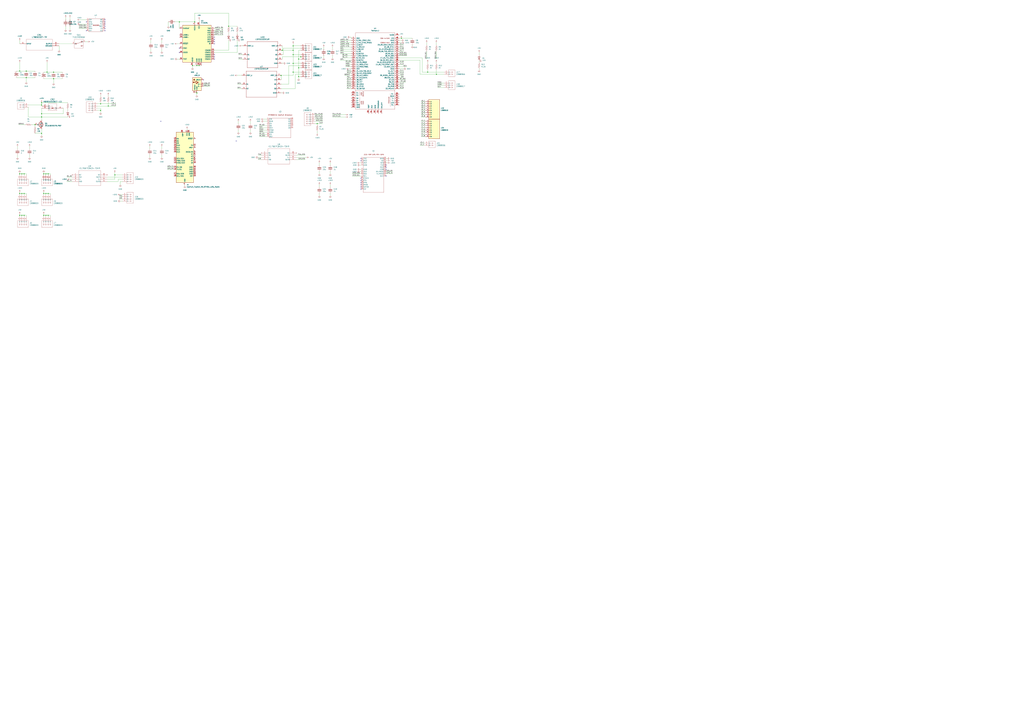
<source format=kicad_sch>
(kicad_sch (version 20231120) (generator "eeschema") (generator_version "8.0")
  (paper "A0")
  (junction (at 25.4 201.93))
  (junction (at 40.64 144.78))
  (junction (at 50.8 250.19))
  (junction (at 22.86 82.55))
  (junction (at 27.94 250.19))
  (junction (at 27.94 201.93))
  (junction (at 346.71 78.74))
  (junction (at 30.48 90.17))
  (junction (at 228.6 76.2))
  (junction (at 53.34 224.79))
  (junction (at 228.6 107.95))
  (junction (at 48.26 121.92))
  (junction (at 226.06 25.4))
  (junction (at 22.86 224.79))
  (junction (at 62.23 83.82))
  (junction (at 22.86 250.19))
  (junction (at 340.36 83.82))
  (junction (at 116.84 120.65))
  (junction (at 349.25 66.04))
  (junction (at 125.73 123.19))
  (junction (at 340.36 53.34))
  (junction (at 466.09 44.45))
  (junction (at 22.86 201.93))
  (junction (at 133.35 203.2))
  (junction (at 27.94 224.79))
  (junction (at 340.36 73.66))
  (junction (at 53.34 250.19))
  (junction (at 223.52 76.2))
  (junction (at 48.26 132.08))
  (junction (at 506.73 86.36))
  (junction (at 265.43 30.48))
  (junction (at 231.14 76.2))
  (junction (at 340.36 63.5))
  (junction (at 50.8 201.93))
  (junction (at 368.3 143.51))
  (junction (at 346.71 68.58))
  (junction (at 53.34 201.93))
  (junction (at 48.26 119.38))
  (junction (at 55.88 250.19))
  (junction (at 496.57 83.82))
  (junction (at 346.71 88.9))
  (junction (at 48.26 154.94))
  (junction (at 25.4 250.19))
  (junction (at 327.66 58.42))
  (junction (at 30.48 82.55))
  (junction (at 25.4 224.79))
  (junction (at 62.23 91.44))
  (junction (at 55.88 201.93))
  (junction (at 50.8 224.79))
  (junction (at 54.61 83.82))
  (junction (at 116.84 128.27))
  (junction (at 326.39 87.63))
  (junction (at 208.28 25.4))
  (junction (at 340.36 58.42))
  (junction (at 48.26 135.89))
  (junction (at 55.88 224.79))
  (no_connect (at 121.92 22.86))
  (no_connect (at 121.92 27.94))
  (no_connect (at 248.92 50.8))
  (no_connect (at 186.69 140.97))
  (no_connect (at 121.92 33.02))
  (no_connect (at 100.33 25.4))
  (no_connect (at 274.32 163.83))
  (no_connect (at 248.92 63.5))
  (no_connect (at 448.31 196.85))
  (no_connect (at 448.31 204.47))
  (no_connect (at 248.92 45.72))
  (no_connect (at 419.1 209.55))
  (no_connect (at 248.92 68.58))
  (no_connect (at 448.31 191.77))
  (no_connect (at 121.92 35.56))
  (no_connect (at 248.92 66.04))
  (no_connect (at 121.92 25.4))
  (no_connect (at 100.33 35.56))
  (no_connect (at 208.28 55.88))
  (no_connect (at 208.28 60.96))
  (no_connect (at 419.1 217.17))
  (no_connect (at 419.1 184.15))
  (no_connect (at 419.1 219.71))
  (no_connect (at 121.92 30.48))
  (no_connect (at 448.31 194.31))
  (no_connect (at 248.92 48.26))
  (no_connect (at 236.22 92.71))
  (no_connect (at 419.1 214.63))
  (no_connect (at 419.1 207.01))
  (no_connect (at 248.92 43.18))
  (no_connect (at 419.1 186.69))
  (no_connect (at 419.1 212.09))
  (wire (pts (xy 463.55 49.53) (xy 466.09 49.53)))
  (wire (pts (xy 33.02 121.92) (xy 48.26 121.92)))
  (wire (pts (xy 30.48 226.06) (xy 30.48 224.79)))
  (wire (pts (xy 383.54 214.63) (xy 383.54 217.17)))
  (wire (pts (xy 194.31 194.31) (xy 201.93 194.31)))
  (wire (pts (xy 203.2 25.4) (xy 208.28 25.4)))
  (wire (pts (xy 275.59 46.99) (xy 275.59 60.96)))
  (wire (pts (xy 248.92 40.64) (xy 259.08 40.64)))
  (wire (pts (xy 50.8 223.52) (xy 50.8 224.79)))
  (wire (pts (xy 30.48 90.17) (xy 40.64 90.17)))
  (wire (pts (xy 488.95 148.59) (xy 494.03 148.59)))
  (wire (pts (xy 556.26 80.01) (xy 556.26 81.28)))
  (wire (pts (xy 463.55 85.09) (xy 468.63 85.09)))
  (wire (pts (xy 299.72 182.88) (xy 303.53 182.88)))
  (wire (pts (xy 76.2 20.32) (xy 76.2 22.86)))
  (wire (pts (xy 300.99 151.13) (xy 309.88 151.13)))
  (wire (pts (xy 340.36 63.5) (xy 349.25 63.5)))
  (wire (pts (xy 394.97 46.99) (xy 407.67 46.99)))
  (wire (pts (xy 62.23 83.82) (xy 54.61 83.82)))
  (wire (pts (xy 73.66 132.08) (xy 73.66 125.73)))
  (wire (pts (xy 62.23 83.82) (xy 72.39 83.82)))
  (wire (pts (xy 217.17 149.86) (xy 217.17 151.13)))
  (wire (pts (xy 346.71 88.9) (xy 346.71 91.44)))
  (wire (pts (xy 265.43 46.99) (xy 265.43 58.42)))
  (wire (pts (xy 125.73 119.38) (xy 125.73 123.19)))
  (wire (pts (xy 394.97 49.53) (xy 407.67 49.53)))
  (wire (pts (xy 402.59 95.25) (xy 407.67 95.25)))
  (wire (pts (xy 78.74 127) (xy 78.74 128.27)))
  (wire (pts (xy 335.28 76.2) (xy 349.25 76.2)))
  (wire (pts (xy 137.16 208.28) (xy 142.24 208.28)))
  (wire (pts (xy 34.29 180.34) (xy 34.29 182.88)))
  (wire (pts (xy 402.59 92.71) (xy 407.67 92.71)))
  (wire (pts (xy 344.17 182.88) (xy 355.6 182.88)))
  (wire (pts (xy 208.28 25.4) (xy 226.06 25.4)))
  (wire (pts (xy 346.71 78.74) (xy 346.71 88.9)))
  (wire (pts (xy 22.86 72.39) (xy 22.86 82.55)))
  (wire (pts (xy 463.55 82.55) (xy 468.63 82.55)))
  (wire (pts (xy 30.48 250.19) (xy 27.94 250.19)))
  (wire (pts (xy 300.99 148.59) (xy 309.88 148.59)))
  (wire (pts (xy 495.3 49.53) (xy 495.3 52.07)))
  (wire (pts (xy 113.03 123.19) (xy 125.73 123.19)))
  (wire (pts (xy 58.42 250.19) (xy 55.88 250.19)))
  (wire (pts (xy 349.25 88.9) (xy 346.71 88.9)))
  (wire (pts (xy 488.95 118.11) (xy 494.03 118.11)))
  (wire (pts (xy 22.86 250.19) (xy 22.86 251.46)))
  (wire (pts (xy 328.93 55.88) (xy 349.25 55.88)))
  (wire (pts (xy 394.97 69.85) (xy 407.67 69.85)))
  (wire (pts (xy 92.71 27.94) (xy 100.33 27.94)))
  (wire (pts (xy 214.63 214.63) (xy 214.63 215.9)))
  (wire (pts (xy 327.66 53.34) (xy 327.66 58.42)))
  (wire (pts (xy 187.96 57.15) (xy 187.96 59.69)))
  (wire (pts (xy 27.94 250.19) (xy 25.4 250.19)))
  (wire (pts (xy 55.88 226.06) (xy 55.88 224.79)))
  (wire (pts (xy 30.48 201.93) (xy 27.94 201.93)))
  (wire (pts (xy 556.26 71.12) (xy 556.26 72.39)))
  (wire (pts (xy 81.28 20.32) (xy 81.28 22.86)))
  (wire (pts (xy 300.99 158.75) (xy 309.88 158.75)))
  (wire (pts (xy 30.48 90.17) (xy 30.48 95.25)))
  (wire (pts (xy 417.83 191.77) (xy 419.1 191.77)))
  (wire (pts (xy 488.95 120.65) (xy 494.03 120.65)))
  (wire (pts (xy 488.95 158.75) (xy 494.03 158.75)))
  (wire (pts (xy 173.99 170.18) (xy 173.99 172.72)))
  (wire (pts (xy 487.68 166.37) (xy 492.76 166.37)))
  (wire (pts (xy 116.84 130.81) (xy 116.84 128.27)))
  (wire (pts (xy 48.26 119.38) (xy 78.74 119.38)))
  (wire (pts (xy 81.28 30.48) (xy 81.28 34.29)))
  (wire (pts (xy 53.34 201.93) (xy 50.8 201.93)))
  (wire (pts (xy 22.86 82.55) (xy 19.05 82.55)))
  (wire (pts (xy 365.76 143.51) (xy 368.3 143.51)))
  (wire (pts (xy 27.94 226.06) (xy 27.94 224.79)))
  (wire (pts (xy 405.13 80.01) (xy 407.67 80.01)))
  (wire (pts (xy 236.22 97.79) (xy 243.84 97.79)))
  (wire (pts (xy 50.8 224.79) (xy 50.8 226.06)))
  (wire (pts (xy 402.59 102.87) (xy 407.67 102.87)))
  (wire (pts (xy 48.26 119.38) (xy 48.26 121.92)))
  (wire (pts (xy 463.55 64.77) (xy 472.44 64.77)))
  (wire (pts (xy 383.54 189.23) (xy 383.54 191.77)))
  (wire (pts (xy 99.06 48.26) (xy 101.6 48.26)))
  (wire (pts (xy 463.55 54.61) (xy 468.63 54.61)))
  (wire (pts (xy 401.32 74.93) (xy 407.67 74.93)))
  (wire (pts (xy 508 101.6) (xy 515.62 101.6)))
  (wire (pts (xy 113.03 128.27) (xy 116.84 128.27)))
  (wire (pts (xy 386.08 64.77) (xy 386.08 67.31)))
  (wire (pts (xy 394.97 59.69) (xy 407.67 59.69)))
  (wire (pts (xy 349.25 83.82) (xy 340.36 83.82)))
  (wire (pts (xy 506.73 49.53) (xy 506.73 52.07)))
  (wire (pts (xy 402.59 100.33) (xy 407.67 100.33)))
  (wire (pts (xy 187.96 180.34) (xy 187.96 182.88)))
  (wire (pts (xy 327.66 58.42) (xy 340.36 58.42)))
  (wire (pts (xy 50.8 200.66) (xy 50.8 201.93)))
  (wire (pts (xy 62.23 91.44) (xy 72.39 91.44)))
  (wire (pts (xy 506.73 72.39) (xy 506.73 73.66)))
  (wire (pts (xy 340.36 53.34) (xy 349.25 53.34)))
  (wire (pts (xy 265.43 30.48) (xy 275.59 30.48)))
  (wire (pts (xy 22.86 248.92) (xy 22.86 250.19)))
  (wire (pts (xy 53.34 250.19) (xy 50.8 250.19)))
  (wire (pts (xy 276.86 140.97) (xy 276.86 143.51)))
  (wire (pts (xy 349.25 68.58) (xy 346.71 68.58)))
  (wire (pts (xy 327.66 73.66) (xy 328.93 73.66)))
  (wire (pts (xy 463.55 90.17) (xy 468.63 90.17)))
  (wire (pts (xy 62.23 91.44) (xy 62.23 96.52)))
  (wire (pts (xy 91.44 33.02) (xy 100.33 33.02)))
  (wire (pts (xy 275.59 87.63) (xy 280.67 87.63)))
  (wire (pts (xy 417.83 196.85) (xy 419.1 196.85)))
  (wire (pts (xy 506.73 86.36) (xy 515.62 86.36)))
  (wire (pts (xy 290.83 151.13) (xy 290.83 153.67)))
  (wire (pts (xy 463.55 44.45) (xy 466.09 44.45)))
  (wire (pts (xy 27.94 201.93) (xy 25.4 201.93)))
  (wire (pts (xy 48.26 154.94) (xy 48.26 157.48)))
  (wire (pts (xy 299.72 180.34) (xy 303.53 180.34)))
  (wire (pts (xy 496.57 81.28) (xy 496.57 83.82)))
  (wire (pts (xy 265.43 58.42) (xy 248.92 58.42)))
  (wire (pts (xy 402.59 90.17) (xy 407.67 90.17)))
  (wire (pts (xy 346.71 68.58) (xy 346.71 78.74)))
  (wire (pts (xy 139.7 214.63) (xy 139.7 210.82)))
  (wire (pts (xy 137.16 210.82) (xy 137.16 208.28)))
  (wire (pts (xy 48.26 132.08) (xy 73.66 132.08)))
  (wire (pts (xy 328.93 55.88) (xy 328.93 63.5)))
  (wire (pts (xy 275.59 38.1) (xy 275.59 39.37)))
  (wire (pts (xy 40.64 144.78) (xy 40.64 147.32)))
  (wire (pts (xy 370.84 214.63) (xy 370.84 217.17)))
  (wire (pts (xy 53.34 251.46) (xy 53.34 250.19)))
  (wire (pts (xy 448.31 186.69) (xy 449.58 186.69)))
  (wire (pts (xy 463.55 97.79) (xy 468.63 97.79)))
  (wire (pts (xy 27.94 224.79) (xy 25.4 224.79)))
  (wire (pts (xy 27.94 203.2) (xy 27.94 201.93)))
  (wire (pts (xy 50.8 91.44) (xy 62.23 91.44)))
  (wire (pts (xy 116.84 128.27) (xy 116.84 125.73)))
  (wire (pts (xy 50.8 248.92) (xy 50.8 250.19)))
  (wire (pts (xy 488.95 156.21) (xy 494.03 156.21)))
  (wire (pts (xy 228.6 107.95) (xy 228.6 110.49)))
  (wire (pts (xy 48.26 121.92) (xy 48.26 123.19)))
  (wire (pts (xy 335.28 97.79) (xy 326.39 97.79)))
  (wire (pts (xy 187.96 170.18) (xy 187.96 172.72)))
  (wire (pts (xy 487.68 168.91) (xy 492.76 168.91)))
  (wire (pts (xy 383.54 224.79) (xy 383.54 227.33)))
  (wire (pts (xy 370.84 224.79) (xy 370.84 227.33)))
  (wire (pts (xy 53.34 226.06) (xy 53.34 224.79)))
  (wire (pts (xy 236.22 100.33) (xy 243.84 100.33)))
  (wire (pts (xy 488.95 125.73) (xy 494.03 125.73)))
  (wire (pts (xy 402.59 82.55) (xy 407.67 82.55)))
  (wire (pts (xy 495.3 59.69) (xy 495.3 68.58)))
  (wire (pts (xy 133.35 203.2) (xy 142.24 203.2)))
  (wire (pts (xy 349.25 66.04) (xy 327.66 66.04)))
  (wire (pts (xy 91.44 30.48) (xy 100.33 30.48)))
  (wire (pts (xy 22.86 46.99) (xy 22.86 50.8)))
  (wire (pts (xy 138.43 231.14) (xy 142.24 231.14)))
  (wire (pts (xy 226.06 15.24) (xy 226.06 25.4)))
  (wire (pts (xy 58.42 226.06) (xy 58.42 224.79)))
  (wire (pts (xy 349.25 64.77) (xy 349.25 66.04)))
  (wire (pts (xy 139.7 226.06) (xy 142.24 226.06)))
  (wire (pts (xy 20.32 170.18) (xy 20.32 172.72)))
  (wire (pts (xy 488.95 143.51) (xy 494.03 143.51)))
  (wire (pts (xy 487.68 69.85) (xy 487.68 86.36)))
  (wire (pts (xy 81.28 208.28) (xy 83.82 208.28)))
  (wire (pts (xy 326.39 87.63) (xy 340.36 87.63)))
  (wire (pts (xy 496.57 72.39) (xy 496.57 73.66)))
  (wire (pts (xy 401.32 72.39) (xy 407.67 72.39)))
  (wire (pts (xy 139.7 233.68) (xy 142.24 233.68)))
  (wire (pts (xy 30.48 82.55) (xy 22.86 82.55)))
  (wire (pts (xy 138.43 228.6) (xy 142.24 228.6)))
  (wire (pts (xy 375.92 64.77) (xy 375.92 67.31)))
  (wire (pts (xy 125.73 123.19) (xy 134.62 123.19)))
  (wire (pts (xy 496.57 83.82) (xy 515.62 83.82)))
  (wire (pts (xy 370.84 189.23) (xy 370.84 191.77)))
  (wire (pts (xy 92.71 22.86) (xy 100.33 22.86)))
  (wire (pts (xy 394.97 62.23) (xy 407.67 62.23)))
  (wire (pts (xy 231.14 22.86) (xy 231.14 25.4)))
  (wire (pts (xy 488.95 151.13) (xy 494.03 151.13)))
  (wire (pts (xy 22.86 201.93) (xy 22.86 203.2)))
  (wire (pts (xy 397.51 64.77) (xy 407.67 64.77)))
  (wire (pts (xy 342.9 102.87) (xy 326.39 102.87)))
  (wire (pts (xy 133.35 200.66) (xy 133.35 203.2)))
  (wire (pts (xy 463.55 77.47) (xy 472.44 77.47)))
  (wire (pts (xy 205.74 50.8) (xy 208.28 50.8)))
  (wire (pts (xy 463.55 62.23) (xy 472.44 62.23)))
  (wire (pts (xy 340.36 73.66) (xy 349.25 73.66)))
  (wire (pts (xy 448.31 199.39) (xy 455.93 199.39)))
  (wire (pts (xy 349.25 58.42) (xy 346.71 58.42)))
  (wire (pts (xy 406.4 43.18) (xy 407.67 43.18)))
  (wire (pts (xy 68.58 53.34) (xy 68.58 58.42)))
  (wire (pts (xy 290.83 140.97) (xy 290.83 143.51)))
  (wire (pts (xy 116.84 119.38) (xy 116.84 120.65)))
  (wire (pts (xy 30.48 203.2) (xy 30.48 201.93)))
  (wire (pts (xy 76.2 30.48) (xy 76.2 34.29)))
  (wire (pts (xy 306.07 140.97) (xy 309.88 140.97)))
  (wire (pts (xy 463.55 46.99) (xy 466.09 46.99)))
  (wire (pts (xy 487.68 86.36) (xy 506.73 86.36)))
  (wire (pts (xy 365.76 133.35) (xy 374.65 133.35)))
  (wire (pts (xy 276.86 68.58) (xy 281.94 68.58)))
  (wire (pts (xy 275.59 102.87) (xy 280.67 102.87)))
  (wire (pts (xy 133.35 203.2) (xy 133.35 208.28)))
  (wire (pts (xy 48.26 125.73) (xy 48.26 132.08)))
  (wire (pts (xy 194.31 196.85) (xy 201.93 196.85)))
  (wire (pts (xy 25.4 203.2) (xy 25.4 201.93)))
  (wire (pts (xy 463.55 52.07) (xy 468.63 52.07)))
  (wire (pts (xy 375.92 54.61) (xy 375.92 57.15)))
  (wire (pts (xy 54.61 72.39) (xy 54.61 83.82)))
  (wire (pts (xy 417.83 189.23) (xy 419.1 189.23)))
  (wire (pts (xy 116.84 120.65) (xy 134.62 120.65)))
  (wire (pts (xy 19.05 90.17) (xy 30.48 90.17)))
  (wire (pts (xy 53.34 224.79) (xy 50.8 224.79)))
  (wire (pts (xy 25.4 250.19) (xy 22.86 250.19)))
  (wire (pts (xy 326.39 87.63) (xy 326.39 92.71)))
  (wire (pts (xy 68.58 50.8) (xy 83.82 50.8)))
  (wire (pts (xy 276.86 63.5) (xy 281.94 63.5)))
  (wire (pts (xy 463.55 59.69) (xy 468.63 59.69)))
  (wire (pts (xy 276.86 151.13) (xy 276.86 153.67)))
  (wire (pts (xy 368.3 143.51) (xy 368.3 144.78)))
  (wire (pts (xy 448.31 201.93) (xy 455.93 201.93)))
  (wire (pts (xy 58.42 251.46) (xy 58.42 250.19)))
  (wire (pts (xy 488.95 146.05) (xy 494.03 146.05)))
  (wire (pts (xy 463.55 87.63) (xy 468.63 87.63)))
  (wire (pts (xy 30.48 224.79) (xy 27.94 224.79)))
  (wire (pts (xy 488.95 133.35) (xy 494.03 133.35)))
  (wire (pts (xy 340.36 73.66) (xy 340.36 63.5)))
  (wire (pts (xy 30.48 82.55) (xy 40.64 82.55)))
  (wire (pts (xy 506.73 86.36) (xy 506.73 81.28)))
  (wire (pts (xy 48.26 154.94) (xy 40.64 154.94)))
  (wire (pts (xy 223.52 76.2) (xy 228.6 76.2)))
  (wire (pts (xy 463.55 92.71) (xy 471.17 92.71)))
  (wire (pts (xy 506.73 59.69) (xy 506.73 68.58)))
  (wire (pts (xy 25.4 201.93) (xy 22.86 201.93)))
  (wire (pts (xy 463.55 80.01) (xy 468.63 80.01)))
  (wire (pts (xy 401.32 77.47) (xy 407.67 77.47)))
  (wire (pts (xy 488.95 135.89) (xy 494.03 135.89)))
  (wire (pts (xy 386.08 135.89) (xy 401.32 135.89)))
  (wire (pts (xy 397.51 67.31) (xy 407.67 67.31)))
  (wire (pts (xy 448.31 189.23) (xy 449.58 189.23)))
  (wire (pts (xy 55.88 251.46) (xy 55.88 250.19)))
  (wire (pts (xy 408.94 201.93) (xy 419.1 201.93)))
  (wire (pts (xy 365.76 140.97) (xy 374.65 140.97)))
  (wire (pts (xy 488.95 130.81) (xy 494.03 130.81)))
  (wire (pts (xy 175.26 57.15) (xy 175.26 59.69)))
  (wire (pts (xy 139.7 210.82) (xy 142.24 210.82)))
  (wire (pts (xy 300.99 153.67) (xy 309.88 153.67)))
  (wire (pts (xy 402.59 97.79) (xy 407.67 97.79)))
  (wire (pts (xy 340.36 58.42) (xy 340.36 63.5)))
  (wire (pts (xy 265.43 30.48) (xy 265.43 15.24)))
  (wire (pts (xy 55.88 203.2) (xy 55.88 201.93)))
  (wire (pts (xy 275.59 97.79) (xy 280.67 97.79)))
  (wire (pts (xy 33.02 135.89) (xy 48.26 135.89)))
  (wire (pts (xy 27.94 251.46) (xy 27.94 250.19)))
  (wire (pts (xy 400.05 87.63) (xy 407.67 87.63)))
  (wire (pts (xy 248.92 35.56) (xy 259.08 35.56)))
  (wire (pts (xy 22.86 223.52) (xy 22.86 224.79)))
  (wire (pts (xy 463.55 95.25) (xy 471.17 95.25)))
  (wire (pts (xy 22.86 200.66) (xy 22.86 201.93)))
  (wire (pts (xy 342.9 86.36) (xy 349.25 86.36)))
  (wire (pts (xy 466.09 44.45) (xy 478.79 44.45)))
  (wire (pts (xy 463.55 100.33) (xy 468.63 100.33)))
  (wire (pts (xy 113.03 125.73) (xy 116.84 125.73)))
  (wire (pts (xy 340.36 53.34) (xy 340.36 50.8)))
  (wire (pts (xy 124.46 205.74) (xy 142.24 205.74)))
  (wire (pts (xy 463.55 74.93) (xy 468.63 74.93)))
  (wire (pts (xy 408.94 204.47) (xy 419.1 204.47)))
  (wire (pts (xy 116.84 110.49) (xy 116.84 111.76)))
  (wire (pts (xy 463.55 67.31) (xy 490.22 67.31)))
  (wire (pts (xy 231.14 76.2) (xy 233.68 76.2)))
  (wire (pts (xy 490.22 67.31) (xy 490.22 83.82)))
  (wire (pts (xy 394.97 57.15) (xy 407.67 57.15)))
  (wire (pts (xy 55.88 250.19) (xy 53.34 250.19)))
  (wire (pts (xy 463.55 57.15) (xy 468.63 57.15)))
  (wire (pts (xy 299.72 185.42) (xy 303.53 185.42)))
  (wire (pts (xy 25.4 226.06) (xy 25.4 224.79)))
  (wire (pts (xy 417.83 199.39) (xy 419.1 199.39)))
  (wire (pts (xy 133.35 208.28) (xy 124.46 208.28)))
  (wire (pts (xy 53.34 203.2) (xy 53.34 201.93)))
  (wire (pts (xy 365.76 138.43) (xy 374.65 138.43)))
  (wire (pts (xy 187.96 46.99) (xy 187.96 49.53)))
  (wire (pts (xy 125.73 110.49) (xy 125.73 111.76)))
  (wire (pts (xy 58.42 224.79) (xy 55.88 224.79)))
  (wire (pts (xy 280.67 53.34) (xy 281.94 53.34)))
  (wire (pts (xy 36.83 144.78) (xy 40.64 144.78)))
  (wire (pts (xy 327.66 66.04) (xy 327.66 68.58)))
  (wire (pts (xy 490.22 83.82) (xy 496.57 83.82)))
  (wire (pts (xy 33.02 135.89) (xy 33.02 124.46)))
  (wire (pts (xy 349.25 78.74) (xy 346.71 78.74)))
  (wire (pts (xy 223.52 76.2) (xy 223.52 78.74)))
  (wire (pts (xy 488.95 123.19) (xy 494.03 123.19)))
  (wire (pts (xy 175.26 46.99) (xy 175.26 49.53)))
  (wire (pts (xy 407.67 43.18) (xy 407.67 44.45)))
  (wire (pts (xy 208.28 33.02) (xy 208.28 25.4)))
  (wire (pts (xy 25.4 224.79) (xy 22.86 224.79)))
  (wire (pts (xy 55.88 201.93) (xy 53.34 201.93)))
  (wire (pts (xy 25.4 251.46) (xy 25.4 250.19)))
  (wire (pts (xy 226.06 107.95) (xy 228.6 107.95)))
  (wire (pts (xy 394.97 52.07) (xy 407.67 52.07)))
  (wire (pts (xy 402.59 85.09) (xy 407.67 85.09)))
  (wire (pts (xy 248.92 38.1) (xy 259.08 38.1)))
  (wire (pts (xy 124.46 210.82) (xy 137.16 210.82)))
  (wire (pts (xy 368.3 152.4) (xy 368.3 154.94)))
  (wire (pts (xy 346.71 58.42) (xy 346.71 68.58)))
  (wire (pts (xy 326.39 107.95) (xy 327.66 107.95)))
  (wire (pts (xy 386.08 54.61) (xy 386.08 57.15)))
  (wire (pts (xy 300.99 156.21) (xy 309.88 156.21)))
  (wire (pts (xy 448.31 184.15) (xy 449.58 184.15)))
  (wire (pts (xy 30.48 251.46) (xy 30.48 250.19)))
  (wire (pts (xy 463.55 102.87) (xy 468.63 102.87)))
  (wire (pts (xy 488.95 153.67) (xy 494.03 153.67)))
  (wire (pts (xy 488.95 140.97) (xy 494.03 140.97)))
  (wire (pts (xy 508 96.52) (xy 515.62 96.52)))
  (wire (pts (xy 77.47 210.82) (xy 83.82 210.82)))
  (wire (pts (xy 370.84 199.39) (xy 370.84 201.93)))
  (wire (pts (xy 340.36 83.82) (xy 340.36 73.66)))
  (wire (pts (xy 50.8 201.93) (xy 50.8 203.2)))
  (wire (pts (xy 228.6 76.2) (xy 231.14 76.2)))
  (wire (pts (xy 248.92 33.02) (xy 259.08 33.02)))
  (wire (pts (xy 383.54 199.39) (xy 383.54 201.93)))
  (wire (pts (xy 21.59 144.78) (xy 29.21 144.78)))
  (wire (pts (xy 34.29 170.18) (xy 34.29 172.72)))
  (wire (pts (xy 20.32 180.34) (xy 20.32 182.88)))
  (wire (pts (xy 265.43 15.24) (xy 226.06 15.24)))
  (wire (pts (xy 340.36 87.63) (xy 340.36 83.82)))
  (wire (pts (xy 342.9 86.36) (xy 342.9 102.87)))
  (wire (pts (xy 48.26 139.7) (xy 48.26 135.89)))
  (wire (pts (xy 386.08 133.35) (xy 401.32 133.35)))
  (wire (pts (xy 58.42 201.93) (xy 55.88 201.93)))
  (wire (pts (xy 54.61 83.82) (xy 50.8 83.82)))
  (wire (pts (xy 77.47 205.74) (xy 83.82 205.74)))
  (wire (pts (xy 205.74 68.58) (xy 208.28 68.58)))
  (wire (pts (xy 58.42 203.2) (xy 58.42 201.93)))
  (wire (pts (xy 368.3 143.51) (xy 374.65 143.51)))
  (wire (pts (xy 365.76 135.89) (xy 374.65 135.89)))
  (wire (pts (xy 22.86 224.79) (xy 22.86 226.06)))
  (wire (pts (xy 248.92 60.96) (xy 275.59 60.96)))
  (wire (pts (xy 113.03 120.65) (xy 116.84 120.65)))
  (wire (pts (xy 300.99 146.05) (xy 309.88 146.05)))
  (wire (pts (xy 48.26 135.89) (xy 48.26 132.08)))
  (wire (pts (xy 173.99 180.34) (xy 173.99 182.88)))
  (wire (pts (xy 265.43 38.1) (xy 265.43 39.37)))
  (wire (pts (xy 463.55 72.39) (xy 468.63 72.39)))
  (wire (pts (xy 50.8 250.19) (xy 50.8 251.46)))
  (wire (pts (xy 344.17 180.34) (xy 354.33 180.34)))
  (wire (pts (xy 340.36 53.34) (xy 340.36 58.42)))
  (wire (pts (xy 556.26 60.96) (xy 556.26 63.5)))
  (wire (pts (xy 306.07 138.43) (xy 309.88 138.43)))
  (wire (pts (xy 394.97 54.61) (xy 407.67 54.61)))
  (wire (pts (xy 478.79 52.07) (xy 478.79 53.34)))
  (wire (pts (xy 488.95 128.27) (xy 494.03 128.27)))
  (wire (pts (xy 48.26 135.89) (xy 78.74 135.89)))
  (wire (pts (xy 508 99.06) (xy 515.62 99.06)))
  (wire (pts (xy 335.28 76.2) (xy 335.28 97.79)))
  (wire (pts (xy 344.17 185.42) (xy 354.33 185.42)))
  (wire (pts (xy 327.66 63.5) (xy 328.93 63.5)))
  (wire (pts (xy 55.88 224.79) (xy 53.34 224.79)))
  (wire (pts (xy 463.55 69.85) (xy 487.68 69.85)))
  (wire (pts (xy 195.58 25.4) (xy 195.58 30.48)))
  (wire (pts (xy 48.26 149.86) (xy 48.26 154.94)))
  (label "J1_4" (at 468.63 82.55 180))
  (label "PUL" (at 138.43 228.6 0))
  (label "J0_4" (at 488.95 125.73 0))
  (label "PUL" (at 299.72 180.34 0))
  (label "J0_2" (at 488.95 120.65 0))
  (label "UART1 RX" (at 259.08 33.02 180))
  (label "MOSI" (at 401.32 74.93 0))
  (label "I2C0_SDA" (at 506.73 68.58 90))
  (label "NP1" (at 276.86 63.5 0))
  (label "J1_8" (at 488.95 158.75 0))
  (label "J0_1" (at 488.95 118.11 0))
  (label "PUL" (at 402.59 90.17 0))
  (label "I2C0_SDA" (at 472.44 64.77 180))
  (label "NP1" (at 394.97 57.15 0))
  (label "SCK" (at 472.44 77.47 180))
  (label "J1_5" (at 488.95 151.13 0))
  (label "MOSI" (at 300.99 153.67 0))
  (label "LIM_R" (at 134.62 123.19 180))
  (label "RF_G0" (at 471.17 95.25 180))
  (label "DIR" (at 138.43 231.14 0))
  (label "DIR" (at 299.72 185.42 0))
  (label "J1_8" (at 468.63 57.15 180))
  (label "I2C0_SCL" (at 91.44 30.48 0))
  (label "J0_7" (at 488.95 133.35 0))
  (label "PUL_PLUS" (at 374.65 133.35 180))
  (label "RC_RX" (at 397.51 64.77 0))
  (label "SCK" (at 300.99 148.59 0))
  (label "UART1 RTS" (at 394.97 52.07 0))
  (label "DIR_MIN" (at 374.65 140.97 180))
  (label "NP2" (at 394.97 59.69 0))
  (label "J2_2" (at 468.63 52.07 180))
  (label "J2_1" (at 487.68 166.37 0))
  (label "J1_7" (at 468.63 59.69 180))
  (label "GPS_RX" (at 455.93 199.39 180))
  (label "J1_1" (at 488.95 140.97 0))
  (label "GPS_RX" (at 194.31 196.85 0))
  (label "DIR" (at 468.63 90.17 180))
  (label "RC_RX" (at 77.47 205.74 0))
  (label "DIR_MIN" (at 354.33 185.42 180))
  (label "PUL_MIN" (at 354.33 180.34 180))
  (label "UART1 TX" (at 394.97 49.53 0))
  (label "J0_6" (at 402.59 100.33 0))
  (label "J2_1" (at 468.63 54.61 180))
  (label "J1_3" (at 488.95 146.05 0))
  (label "I2C0_SCL" (at 495.3 68.58 90))
  (label "NP3" (at 275.59 97.79 0))
  (label "UART1 CTS" (at 259.08 40.64 180))
  (label "NP3" (at 394.97 62.23 0))
  (label "J1_6" (at 468.63 72.39 180))
  (label "DIR_PLUS" (at 386.08 135.89 0))
  (label "USB_DP" (at 243.84 97.79 180))
  (label "PUL_PLUS" (at 386.08 133.35 0))
  (label "MOSI" (at 508 96.52 0))
  (label "I2C0_SDA" (at 408.94 201.93 0))
  (label "UART1 RX" (at 394.97 46.99 0))
  (label "J0_6" (at 488.95 130.81 0))
  (label "UART1 RTS" (at 259.08 38.1 180))
  (label "J0_7" (at 402.59 102.87 0))
  (label "ALM" (at 374.65 143.51 180))
  (label "J1_3" (at 468.63 85.09 180))
  (label "J0_2" (at 402.59 85.09 0))
  (label "RF_CS" (at 300.99 156.21 0))
  (label "I2C0_SCL" (at 408.94 204.47 0))
  (label "LIM_L" (at 134.62 120.65 180))
  (label "RF_G0" (at 300.99 146.05 0))
  (label "MISO" (at 401.32 77.47 0))
  (label "J0_5" (at 402.59 97.79 0))
  (label "RF_RST" (at 471.17 92.71 180))
  (label "J0_3" (at 402.59 92.71 0))
  (label "PUL_MIN" (at 374.65 138.43 180))
  (label "J1_5" (at 468.63 74.93 180))
  (label "J1_6" (at 488.95 153.67 0))
  (label "USB_DM" (at 243.84 100.33 180))
  (label "GPS_TX" (at 194.31 194.31 0))
  (label "J2_2" (at 487.68 168.91 0))
  (label "J0_8" (at 468.63 102.87 180))
  (label "RC_TX" (at 397.51 67.31 0))
  (label "RF_CS" (at 401.32 72.39 0))
  (label "NP2" (at 276.86 68.58 0))
  (label "UART1 TX" (at 259.08 35.56 180))
  (label "MISO" (at 300.99 151.13 0))
  (label "I2C0_SDA" (at 91.44 33.02 0))
  (label "NP4" (at 394.97 69.85 0))
  (label "J0_5" (at 488.95 128.27 0))
  (label "ALM" (at 468.63 87.63 180))
  (label "J1_2" (at 488.95 143.51 0))
  (label "RF_RST" (at 300.99 158.75 0))
  (label "RC_TX" (at 77.47 210.82 0))
  (label "SCK" (at 508 101.6 0))
  (label "MISO" (at 508 99.06 0))
  (label "J0_8" (at 488.95 135.89 0))
  (label "DIR_PLUS" (at 374.65 135.89 180))
  (label "J0_4" (at 402.59 95.25 0))
  (label "BRAKE" (at 21.59 144.78 0))
  (label "J1_1" (at 468.63 100.33 180))
  (label "BRAKE" (at 400.05 87.63 0))
  (label "J1_2" (at 468.63 97.79 180))
  (label "J0_3" (at 488.95 123.19 0))
  (label "GPS_TX" (at 455.93 201.93 180))
  (label "NP4" (at 275.59 102.87 0))
  (label "UART1 CTS" (at 394.97 54.61 0))
  (label "J1_4" (at 488.95 148.59 0))
  (label "J0_1" (at 402.59 82.55 0))
  (label "J1_7" (at 488.95 156.21 0))
  (label "I2C0_SCL" (at 472.44 62.23 180))
  (symbol (lib_id "power:GND") (at 223.52 78.74 0) (unit 1)
    (property "Reference" "#PWR023" (effects (hide yes)))
    (property "Value" "GND" (at 223.52 83.82 0))
    (property "Description" "Power symbol creates a global label with name \"GND\" , ground" (effects (hide yes)))
  )
  (symbol (lib_id "power:+3V3") (at 386.08 54.61 0) (unit 1)
    (property "Reference" "#PWR052" (effects (hide yes)))
    (property "Value" "+3V3" (at 386.08 49.53 0))
    (property "Description" "Power symbol creates a global label with name \"+3V3\"" (effects (hide yes)))
  )
  (symbol (lib_id "power:+3V3") (at 217.17 149.86 0) (unit 1)
    (property "Reference" "#PWR038" (effects (hide yes)))
    (property "Value" "+3V3" (at 217.17 144.78 0))
    (property "Description" "Power symbol creates a global label with name \"+3V3\"" (effects (hide yes)))
  )
  (symbol (lib_id "power:GND") (at 556.26 81.28 0) (unit 1)
    (property "Reference" "#PWR098" (effects (hide yes)))
    (property "Value" "GND" (at 556.26 86.36 0))
    (property "Description" "Power symbol creates a global label with name \"GND\" , ground" (effects (hide yes)))
  )
  (symbol (lib_id "power:+12V") (at 48.26 119.38 0) (unit 1)
    (property "Reference" "#PWR018" (effects (hide yes)))
    (property "Value" "+12V" (at 48.26 114.3 0))
    (property "Description" "Power symbol creates a global label with name \"+12V\"" (effects (hide yes)))
  )
  (symbol (lib_id "power:+5V") (at 556.26 60.96 0) (unit 1)
    (property "Reference" "#PWR097" (effects (hide yes)))
    (property "Value" "+5V" (at 556.26 55.88 0))
    (property "Description" "Power symbol creates a global label with name \"+5V\"" (effects (hide yes)))
  )
  (symbol (lib_id "Device:C") (at 30.48 86.36 0) (unit 1)
    (property "Reference" "C3" (at 34.29 85.0899 0) (effects (justify left)))
    (property "Value" "10u" (at 34.29 87.6299 0) (effects (justify left)))
    (property "Footprint" "Capacitor_SMD:C_0805_2012Metric_Pad1.18x1.45mm_HandSolder" (effects (hide yes)))
    (property "Description" "Unpolarized capacitor" (effects (hide yes)))
  )
  (symbol (lib_id "power:+5V") (at 375.92 54.61 0) (unit 1)
    (property "Reference" "#PWR050" (effects (hide yes)))
    (property "Value" "+5V" (at 375.92 49.53 0))
    (property "Description" "Power symbol creates a global label with name \"+5V\"" (effects (hide yes)))
  )
  (symbol (lib_id "Device:LED") (at 78.74 132.08 90) (unit 1)
    (property "Reference" "D3" (at 82.55 132.3974 90) (effects (justify right)))
    (property "Value" "LED" (at 82.55 134.9374 90) (effects (justify right)))
    (property "Footprint" "LED_SMD:LED_0805_2012Metric_Pad1.15x1.40mm_HandSolder" (effects (hide yes)))
    (property "Description" "Light emitting diode" (effects (hide yes)))
  )
  (symbol (lib_id "Device:C") (at 173.99 176.53 0) (unit 1)
    (property "Reference" "C14" (at 177.8 175.2599 0) (effects (justify left)))
    (property "Value" "10u" (at 177.8 177.7999 0) (effects (justify left)))
    (property "Footprint" "Capacitor_SMD:C_0805_2012Metric_Pad1.18x1.45mm_HandSolder" (effects (hide yes)))
    (property "Description" "Unpolarized capacitor" (effects (hide yes)))
  )
  (symbol (lib_id "power:+5V") (at 20.32 170.18 0) (unit 1)
    (property "Reference" "#PWR025" (effects (hide yes)))
    (property "Value" "+5V" (at 20.32 165.1 0))
    (property "Description" "Power symbol creates a global label with name \"+5V\"" (effects (hide yes)))
  )
  (symbol (lib_id "power:+3V3") (at 50.8 223.52 0) (unit 1)
    (property "Reference" "#PWR065" (effects (hide yes)))
    (property "Value" "+3V3" (at 50.8 218.44 0))
    (property "Description" "Power symbol creates a global label with name \"+3V3\"" (effects (hide yes)))
  )
  (symbol (lib_id "power:+3V3") (at 81.28 208.28 90) (unit 1)
    (property "Reference" "#PWR088" (effects (hide yes)))
    (property "Value" "+3V3" (at 77.47 208.2799 90) (effects (justify left)))
    (property "Description" "Power symbol creates a global label with name \"+3V3\"" (effects (hide yes)))
  )
  (symbol (lib_id "Device:C") (at 383.54 195.58 0) (unit 1)
    (property "Reference" "C18" (at 387.35 194.3099 0) (effects (justify left)))
    (property "Value" "1u" (at 387.35 196.8499 0) (effects (justify left)))
    (property "Footprint" "Capacitor_SMD:C_0805_2012Metric_Pad1.18x1.45mm_HandSolder" (effects (hide yes)))
    (property "Description" "Unpolarized capacitor" (effects (hide yes)))
  )
  (symbol (lib_id "power:GND") (at 468.63 80.01 90) (unit 1)
    (property "Reference" "#PWR016" (effects (hide yes)))
    (property "Value" "GND" (at 472.44 80.0099 90) (effects (justify right)))
    (property "Description" "Power symbol creates a global label with name \"GND\" , ground" (effects (hide yes)))
  )
  (symbol (lib_id "power:GND") (at 276.86 153.67 0) (unit 1)
    (property "Reference" "#PWR072" (effects (hide yes)))
    (property "Value" "GND" (at 276.86 158.75 0))
    (property "Description" "Power symbol creates a global label with name \"GND\" , ground" (effects (hide yes)))
  )
  (symbol (lib_id "custom:RFM69HCW_Adafruit_Breakout") (at 325.12 149.86 0) (unit 1)
    (property "Reference" "U5" (at 325.374 129.54 0))
    (property "Value" "~" (at 325.374 130.81 0))
    (property "Footprint" "Custom:RFM69HCW Adafruit Breakout" (effects (hide yes)))
  )
  (symbol (lib_id "Device:R_US") (at 116.84 115.57 0) (unit 1)
    (property "Reference" "R9" (at 119.38 114.2999 0) (effects (justify left)))
    (property "Value" "10k" (at 119.38 116.8399 0) (effects (justify left)))
    (property "Footprint" "Resistor_SMD:R_0805_2012Metric_Pad1.20x1.40mm_HandSolder" (effects (hide yes)))
    (property "Description" "Resistor, US symbol" (effects (hide yes)))
  )
  (symbol (lib_id "Device:C") (at 370.84 220.98 0) (unit 1)
    (property "Reference" "C24" (at 374.65 219.7099 0) (effects (justify left)))
    (property "Value" "10u" (at 374.65 222.2499 0) (effects (justify left)))
    (property "Footprint" "Capacitor_SMD:C_0805_2012Metric_Pad1.18x1.45mm_HandSolder" (effects (hide yes)))
    (property "Description" "Unpolarized capacitor" (effects (hide yes)))
  )
  (symbol (lib_id "Device:C") (at 386.08 60.96 180) (unit 1)
    (property "Reference" "C17" (at 389.89 59.6899 0) (effects (justify right)))
    (property "Value" "1u" (at 389.89 62.2299 0) (effects (justify right)))
    (property "Footprint" "Capacitor_SMD:C_0805_2012Metric_Pad1.18x1.45mm_HandSolder" (effects (hide yes)))
    (property "Description" "Unpolarized capacitor" (effects (hide yes)))
  )
  (symbol (lib_id "power:GND") (at 466.09 46.99 90) (unit 1)
    (property "Reference" "#PWR014" (effects (hide yes)))
    (property "Value" "GND" (at 469.9 46.9899 90) (effects (justify right)))
    (property "Description" "Power symbol creates a global label with name \"GND\" , ground" (effects (hide yes)))
  )
  (symbol (lib_id "power:+3V3") (at 116.84 110.49 0) (unit 1)
    (property "Reference" "#PWR079" (effects (hide yes)))
    (property "Value" "+3V3" (at 116.84 105.41 0))
    (property "Description" "Power symbol creates a global label with name \"+3V3\"" (effects (hide yes)))
  )
  (symbol (lib_id "custom:1988817") (at 349.25 53.34 0) (unit 1)
    (property "Reference" "J11" (at 363.22 54.6099 0) (effects (font (size 1.524 1.524)) (justify left)))
    (property "Value" "1988817" (at 363.22 57.1499 0) (effects (font (size 1.524 1.524)) (justify left)))
    (property "Footprint" "Custom:CONN_1988817" (effects (hide yes)))
    (property "Datasheet" "1988817" (effects (hide yes)))
  )
  (symbol (lib_id "power:+3V3") (at 139.7 226.06 90) (unit 1)
    (property "Reference" "#PWR091" (effects (hide yes)))
    (property "Value" "+3V3" (at 135.89 226.0599 90) (effects (justify left)))
    (property "Description" "Power symbol creates a global label with name \"+3V3\"" (effects (hide yes)))
  )
  (symbol (lib_id "power:GND") (at 383.54 201.93 0) (unit 1)
    (property "Reference" "#PWR055" (effects (hide yes)))
    (property "Value" "GND" (at 383.54 207.01 0))
    (property "Description" "Power symbol creates a global label with name \"GND\" , ground" (effects (hide yes)))
  )
  (symbol (lib_id "Device:C") (at 175.26 53.34 0) (unit 1)
    (property "Reference" "C13" (at 179.07 52.0699 0) (effects (justify left)))
    (property "Value" "10u" (at 179.07 54.6099 0) (effects (justify left)))
    (property "Footprint" "Capacitor_SMD:C_0805_2012Metric_Pad1.18x1.45mm_HandSolder" (effects (hide yes)))
    (property "Description" "Unpolarized capacitor" (effects (hide yes)))
  )
  (symbol (lib_id "custom:1988820") (at 142.24 203.2 0) (unit 1)
    (property "Reference" "J15" (at 156.21 205.7399 0) (effects (font (size 1.524 1.524)) (justify left)))
    (property "Value" "1988820" (at 156.21 208.2799 0) (effects (font (size 1.524 1.524)) (justify left)))
    (property "Footprint" "Custom:CONN_1988820" (effects (hide yes)))
    (property "Datasheet" "1988820" (effects (hide yes)))
  )
  (symbol (lib_id "custom:MBRD10100CT-13") (at 73.66 125.73 180) (unit 1)
    (property "Reference" "CR2" (at 60.96 115.57 0) (effects (font (size 1.524 1.524))))
    (property "Value" "MBRD10100CT-13" (at 60.96 118.11 0) (effects (font (size 1.524 1.524))))
    (property "Footprint" "Custom:TO252DPAK_DIO" (effects (hide yes)))
    (property "Datasheet" "MBRD10100CT-13" (effects (hide yes)))
  )
  (symbol (lib_id "power:GND") (at 173.99 182.88 0) (unit 1)
    (property "Reference" "#PWR040" (effects (hide yes)))
    (property "Value" "GND" (at 173.99 187.96 0))
    (property "Description" "Power symbol creates a global label with name \"GND\" , ground" (effects (hide yes)))
  )
  (symbol (lib_id "power:GND") (at 175.26 59.69 0) (unit 1)
    (property "Reference" "#PWR033" (effects (hide yes)))
    (property "Value" "GND" (at 175.26 64.77 0))
    (property "Description" "Power symbol creates a global label with name \"GND\" , ground" (effects (hide yes)))
  )
  (symbol (lib_id "power:+3V3") (at 506.73 49.53 0) (unit 1)
    (property "Reference" "#PWR036" (effects (hide yes)))
    (property "Value" "+3V3" (at 506.73 44.45 0))
    (property "Description" "Power symbol creates a global label with name \"+3V3\"" (effects (hide yes)))
  )
  (symbol (lib_id "power:GND") (at 187.96 59.69 0) (unit 1)
    (property "Reference" "#PWR031" (effects (hide yes)))
    (property "Value" "GND" (at 187.96 64.77 0))
    (property "Description" "Power symbol creates a global label with name \"GND\" , ground" (effects (hide yes)))
  )
  (symbol (lib_id "custom:1988817") (at 515.62 96.52 0) (unit 1)
    (property "Reference" "J18" (at 529.59 97.7899 0) (effects (font (size 1.524 1.524)) (justify left)))
    (property "Value" "1988817" (at 529.59 100.3299 0) (effects (font (size 1.524 1.524)) (justify left)))
    (property "Footprint" "Custom:CONN_1988817" (effects (hide yes)))
    (property "Datasheet" "1988817" (effects (hide yes)))
  )
  (symbol (lib_id "power:+3V3") (at 34.29 170.18 0) (unit 1)
    (property "Reference" "#PWR027" (effects (hide yes)))
    (property "Value" "+3V3" (at 34.29 165.1 0))
    (property "Description" "Power symbol creates a global label with name \"+3V3\"" (effects (hide yes)))
  )
  (symbol (lib_id "Device:C") (at 375.92 60.96 0) (unit 1)
    (property "Reference" "C16" (at 379.73 59.6899 0) (effects (justify left)))
    (property "Value" "10u" (at 379.73 62.2299 0) (effects (justify left)))
    (property "Footprint" "Capacitor_SMD:C_0805_2012Metric_Pad1.18x1.45mm_HandSolder" (effects (hide yes)))
    (property "Description" "Unpolarized capacitor" (effects (hide yes)))
  )
  (symbol (lib_id "power:+5V") (at 54.61 72.39 0) (unit 1)
    (property "Reference" "#PWR05" (effects (hide yes)))
    (property "Value" "+5V" (at 54.61 67.31 0))
    (property "Description" "Power symbol creates a global label with name \"+5V\"" (effects (hide yes)))
  )
  (symbol (lib_id "Device:R_US") (at 496.57 77.47 0) (unit 1)
    (property "Reference" "R11" (at 499.11 76.1999 0) (effects (justify left)))
    (property "Value" "2k" (at 499.11 78.7399 0) (effects (justify left)))
    (property "Footprint" "Resistor_SMD:R_0805_2012Metric_Pad1.20x1.40mm_HandSolder" (effects (hide yes)))
    (property "Description" "Resistor, US symbol" (effects (hide yes)))
  )
  (symbol (lib_id "power:+5V") (at 466.09 44.45 0) (unit 1)
    (property "Reference" "#PWR013" (effects (hide yes)))
    (property "Value" "+5V" (at 466.09 39.37 0))
    (property "Description" "Power symbol creates a global label with name \"+5V\"" (effects (hide yes)))
  )
  (symbol (lib_id "Device:LED") (at 265.43 43.18 90) (unit 1)
    (property "Reference" "D1" (at 269.24 43.4974 90) (effects (justify right)))
    (property "Value" "LED" (at 269.24 46.0374 90) (effects (justify right)))
    (property "Description" "Light emitting diode" (effects (hide yes)))
  )
  (symbol (lib_id "power:GND") (at 62.23 96.52 0) (unit 1)
    (property "Reference" "#PWR07" (effects (hide yes)))
    (property "Value" "GND" (at 62.23 101.6 0))
    (property "Description" "Power symbol creates a global label with name \"GND\" , ground" (effects (hide yes)))
  )
  (symbol (lib_id "power:+5V") (at 22.86 248.92 0) (unit 1)
    (property "Reference" "#PWR066" (effects (hide yes)))
    (property "Value" "+5V" (at 22.86 243.84 0))
    (property "Description" "Power symbol creates a global label with name \"+5V\"" (effects (hide yes)))
  )
  (symbol (lib_id "power:GND") (at 383.54 227.33 0) (unit 1)
    (property "Reference" "#PWR057" (effects (hide yes)))
    (property "Value" "GND" (at 383.54 232.41 0))
    (property "Description" "Power symbol creates a global label with name \"GND\" , ground" (effects (hide yes)))
  )
  (symbol (lib_id "power:+3V3") (at 290.83 140.97 0) (unit 1)
    (property "Reference" "#PWR073" (effects (hide yes)))
    (property "Value" "+3V3" (at 290.83 135.89 0))
    (property "Description" "Power symbol creates a global label with name \"+3V3\"" (effects (hide yes)))
  )
  (symbol (lib_id "power:+3V3") (at 506.73 72.39 0) (unit 1)
    (property "Reference" "#PWR094" (effects (hide yes)))
    (property "Value" "+3V3" (at 506.73 67.31 0))
    (property "Description" "Power symbol creates a global label with name \"+3V3\"" (effects (hide yes)))
  )
  (symbol (lib_id "custom:1989010") (at 504.19 151.13 0) (unit 1)
    (property "Reference" "J20" (at 511.81 148.5899 0) (effects (justify left)))
    (property "Value" "1989010" (at 511.81 151.1299 0) (effects (justify left)))
    (property "Footprint" "Custom:PHOENIX_1989010" (effects (hide yes)))
    (property "MANUFACTURER" "PHOENIX" (effects (hide yes)))
  )
  (symbol (lib_id "power:GND") (at 92.71 27.94 270) (unit 1)
    (property "Reference" "#PWR09" (effects (hide yes)))
    (property "Value" "GND" (at 94.234 25.654 90) (effects (justify right)))
    (property "Description" "Power symbol creates a global label with name \"GND\" , ground" (effects (hide yes)))
  )
  (symbol (lib_id "power:+5V") (at 231.14 22.86 0) (unit 1)
    (property "Reference" "#PWR019" (effects (hide yes)))
    (property "Value" "+5V" (at 231.14 17.78 0))
    (property "Description" "Power symbol creates a global label with name \"+5V\"" (effects (hide yes)))
  )
  (symbol (lib_id "power:+5V") (at 401.32 135.89 270) (unit 1)
    (property "Reference" "#PWR082" (effects (hide yes)))
    (property "Value" "+5V" (at 405.13 135.8899 90) (effects (justify left)))
    (property "Description" "Power symbol creates a global label with name \"+5V\"" (effects (hide yes)))
  )
  (symbol (lib_id "custom:1988820") (at 58.42 203.2 270) (unit 1)
    (property "Reference" "J3" (at 62.23 210.8199 90) (effects (font (size 1.524 1.524)) (justify left)))
    (property "Value" "1988820" (at 62.23 213.3599 90) (effects (font (size 1.524 1.524)) (justify left)))
    (property "Footprint" "Custom:CONN_1988820" (effects (hide yes)))
    (property "Datasheet" "1988820" (effects (hide yes)))
  )
  (symbol (lib_id "power:+5V") (at 50.8 248.92 0) (unit 1)
    (property "Reference" "#PWR067" (effects (hide yes)))
    (property "Value" "+5V" (at 50.8 243.84 0))
    (property "Description" "Power symbol creates a global label with name \"+5V\"" (effects (hide yes)))
  )
  (symbol (lib_id "Device:R_US") (at 78.74 123.19 0) (unit 1)
    (property "Reference" "R8" (at 81.28 121.9199 0) (effects (justify left)))
    (property "Value" "1k" (at 81.28 124.4599 0) (effects (justify left)))
    (property "Footprint" "Resistor_SMD:R_0805_2012Metric_Pad1.20x1.40mm_HandSolder" (effects (hide yes)))
    (property "Description" "Resistor, US symbol" (effects (hide yes)))
  )
  (symbol (lib_id "power:GND") (at 328.93 73.66 90) (unit 1)
    (property "Reference" "#PWR086" (effects (hide yes)))
    (property "Value" "GND" (at 332.74 73.6599 90) (effects (justify right)))
    (property "Description" "Power symbol creates a global label with name \"GND\" , ground" (effects (hide yes)))
  )
  (symbol (lib_id "custom:1988817") (at 349.25 73.66 0) (unit 1)
    (property "Reference" "J13" (at 363.22 74.9299 0) (effects (font (size 1.524 1.524)) (justify left)))
    (property "Value" "1988817" (at 363.22 77.4699 0) (effects (font (size 1.524 1.524)) (justify left)))
    (property "Footprint" "Custom:CONN_1988817" (effects (hide yes)))
    (property "Datasheet" "1988817" (effects (hide yes)))
  )
  (symbol (lib_id "power:GND") (at 299.72 182.88 270) (unit 1)
    (property "Reference" "#PWR069" (effects (hide yes)))
    (property "Value" "GND" (at 295.91 182.8799 90) (effects (justify right)))
    (property "Description" "Power symbol creates a global label with name \"GND\" , ground" (effects (hide yes)))
  )
  (symbol (lib_id "power:+3V3") (at 370.84 214.63 0) (unit 1)
    (property "Reference" "#PWR077" (effects (hide yes)))
    (property "Value" "+3V3" (at 370.84 209.55 0))
    (property "Description" "Power symbol creates a global label with name \"+3V3\"" (effects (hide yes)))
  )
  (symbol (lib_id "power:GND") (at 327.66 107.95 90) (unit 1)
    (property "Reference" "#PWR096" (effects (hide yes)))
    (property "Value" "GND" (at 331.47 107.9499 90) (effects (justify right)))
    (property "Description" "Power symbol creates a global label with name \"GND\" , ground" (effects (hide yes)))
  )
  (symbol (lib_id "power:GND") (at 449.58 184.15 90) (unit 1)
    (property "Reference" "#PWR048" (effects (hide yes)))
    (property "Value" "GND" (at 453.39 184.1499 90) (effects (justify right)))
    (property "Description" "Power symbol creates a global label with name \"GND\" , ground" (effects (hide yes)))
  )
  (symbol (lib_id "Device:C_Polarized_US") (at 19.05 86.36 0) (unit 1)
    (property "Reference" "C1" (at 22.86 84.4549 0) (effects (justify left)))
    (property "Value" "100u" (at 22.86 86.9949 0) (effects (justify left)))
    (property "Description" "Polarized capacitor, US symbol" (effects (hide yes)))
  )
  (symbol (lib_id "Device:R_US") (at 40.64 151.13 180) (unit 1)
    (property "Reference" "R2" (at 43.18 149.8599 0) (effects (justify right)))
    (property "Value" "10k" (at 43.18 152.3999 0) (effects (justify right)))
    (property "Footprint" "Resistor_SMD:R_0805_2012Metric" (effects (hide yes)))
    (property "Description" "Resistor, US symbol" (effects (hide yes)))
  )
  (symbol (lib_id "power:GND") (at 417.83 196.85 270) (unit 1)
    (property "Reference" "#PWR047" (effects (hide yes)))
    (property "Value" "GND" (at 414.02 196.8499 90) (effects (justify right)))
    (property "Description" "Power symbol creates a global label with name \"GND\" , ground" (effects (hide yes)))
  )
  (symbol (lib_id "power:GND") (at 81.28 34.29 0) (unit 1)
    (property "Reference" "#PWR08" (effects (hide yes)))
    (property "Value" "GND" (at 81.28 39.37 0))
    (property "Description" "Power symbol creates a global label with name \"GND\" , ground" (effects (hide yes)))
  )
  (symbol (lib_id "Device:C") (at 72.39 87.63 0) (unit 1)
    (property "Reference" "C6" (at 76.2 86.3599 0) (effects (justify left)))
    (property "Value" "1u" (at 76.2 88.8999 0) (effects (justify left)))
    (property "Footprint" "Capacitor_SMD:C_0805_2012Metric_Pad1.18x1.45mm_HandSolder" (effects (hide yes)))
    (property "Description" "Unpolarized capacitor" (effects (hide yes)))
  )
  (symbol (lib_id "custom:1988820") (at 30.48 251.46 270) (unit 1)
    (property "Reference" "J6" (at 34.29 259.0799 90) (effects (font (size 1.524 1.524)) (justify left)))
    (property "Value" "1988820" (at 34.29 261.6199 90) (effects (font (size 1.524 1.524)) (justify left)))
    (property "Footprint" "Custom:CONN_1988820" (effects (hide yes)))
    (property "Datasheet" "1988820" (effects (hide yes)))
  )
  (symbol (lib_id "Connector:USB_B") (at 228.6 97.79 0) (unit 1)
    (property "Reference" "J1" (at 228.6 85.09 0))
    (property "Value" "USB_B" (at 228.6 87.63 0))
    (property "Footprint" "Connector_USB:USB_B_OST_USB-B1HSxx_Horizontal" (effects (hide yes)))
    (property "Description" "USB Type B connector" (effects (hide yes)))
  )
  (symbol (lib_id "custom:BNO085") (at 105.41 34.29 0) (unit 1)
    (property "Reference" "U2" (at 111.125 17.78 0))
    (property "Value" "~" (at 111.125 20.32 0))
    (property "Footprint" "Custom:BNO085" (effects (hide yes)))
  )
  (symbol (lib_id "custom:LSF0102DCUR") (at 304.8 63.5 0) (unit 1)
    (property "Reference" "U10" (at 304.8 43.18 0) (effects (font (size 1.524 1.524))))
    (property "Value" "LSF0102DCUR" (at 304.8 45.72 0) (effects (font (size 1.524 1.524))))
    (property "Footprint" "DCU0008A_N" (effects (hide yes)))
    (property "Datasheet" "LSF0102DCUR" (effects (hide yes)))
  )
  (symbol (lib_id "custom:1988820") (at 113.03 128.27 180) (unit 1)
    (property "Reference" "J10" (at 104.14 113.03 0) (effects (font (size 1.524 1.524))))
    (property "Value" "1988820" (at 104.14 115.57 0) (effects (font (size 1.524 1.524))))
    (property "Footprint" "Custom:CONN_1988820" (effects (hide yes)))
    (property "Datasheet" "1988820" (effects (hide yes)))
  )
  (symbol (lib_id "custom:1988833") (at 365.76 143.51 180) (unit 1)
    (property "Reference" "J8" (at 356.87 125.73 0) (effects (font (size 1.524 1.524))))
    (property "Value" "1988833" (at 356.87 128.27 0) (effects (font (size 1.524 1.524))))
    (property "Footprint" "Custom:CONN_1988833" (effects (hide yes)))
    (property "Datasheet" "1988833" (effects (hide yes)))
  )
  (symbol (lib_id "Device:C") (at 187.96 176.53 180) (unit 1)
    (property "Reference" "C15" (at 191.77 175.2599 0) (effects (justify right)))
    (property "Value" "1u" (at 191.77 177.7999 0) (effects (justify right)))
    (property "Footprint" "Capacitor_SMD:C_0805_2012Metric_Pad1.18x1.45mm_HandSolder" (effects (hide yes)))
    (property "Description" "Unpolarized capacitor" (effects (hide yes)))
  )
  (symbol (lib_id "power:+3V3") (at 92.71 22.86 90) (unit 1)
    (property "Reference" "#PWR034" (effects (hide yes)))
    (property "Value" "+3V3" (at 94.488 20.574 90) (effects (justify left)))
    (property "Description" "Power symbol creates a global label with name \"+3V3\"" (effects (hide yes)))
  )
  (symbol (lib_id "power:+3V3") (at 275.59 87.63 90) (unit 1)
    (property "Reference" "#PWR084" (effects (hide yes)))
    (property "Value" "+3V3" (at 271.78 87.6299 90) (effects (justify left)))
    (property "Description" "Power symbol creates a global label with name \"+3V3\"" (effects (hide yes)))
  )
  (symbol (lib_id "power:GND") (at 139.7 214.63 0) (unit 1)
    (property "Reference" "#PWR090" (effects (hide yes)))
    (property "Value" "GND" (at 139.7 219.71 0))
    (property "Description" "Power symbol creates a global label with name \"GND\" , ground" (effects (hide yes)))
  )
  (symbol (lib_id "power:GND") (at 34.29 182.88 0) (unit 1)
    (property "Reference" "#PWR029" (effects (hide yes)))
    (property "Value" "GND" (at 34.29 187.96 0))
    (property "Description" "Power symbol creates a global label with name \"GND\" , ground" (effects (hide yes)))
  )
  (symbol (lib_id "power:+3V3") (at 496.57 72.39 0) (unit 1)
    (property "Reference" "#PWR093" (effects (hide yes)))
    (property "Value" "+3V3" (at 496.57 67.31 0))
    (property "Description" "Power symbol creates a global label with name \"+3V3\"" (effects (hide yes)))
  )
  (symbol (lib_id "power:+3V3") (at 22.86 223.52 0) (unit 1)
    (property "Reference" "#PWR064" (effects (hide yes)))
    (property "Value" "+3V3" (at 22.86 218.44 0))
    (property "Description" "Power symbol creates a global label with name \"+3V3\"" (effects (hide yes)))
  )
  (symbol (lib_id "custom:1988820") (at 58.42 251.46 270) (unit 1)
    (property "Reference" "J7" (at 62.23 259.0799 90) (effects (font (size 1.524 1.524)) (justify left)))
    (property "Value" "1988820" (at 62.23 261.6199 90) (effects (font (size 1.524 1.524)) (justify left)))
    (property "Footprint" "Custom:CONN_1988820" (effects (hide yes)))
    (property "Datasheet" "1988820" (effects (hide yes)))
  )
  (symbol (lib_id "Device:C") (at 478.79 48.26 0) (unit 1)
    (property "Reference" "C8" (at 482.6 46.9899 0) (effects (justify left)))
    (property "Value" "10u" (at 482.6 49.5299 0) (effects (justify left)))
    (property "Footprint" "Capacitor_SMD:C_0805_2012Metric_Pad1.18x1.45mm_HandSolder" (effects (hide yes)))
    (property "Description" "Unpolarized capacitor" (effects (hide yes)))
  )
  (symbol (lib_id "Device:C") (at 81.28 26.67 0) (unit 1)
    (property "Reference" "C7" (at 85.09 25.3999 0) (effects (justify left)))
    (property "Value" "10u" (at 85.09 27.9399 0) (effects (justify left)))
    (property "Footprint" "Capacitor_SMD:C_0805_2012Metric_Pad1.18x1.45mm_HandSolder" (effects (hide yes)))
    (property "Description" "Unpolarized capacitor" (effects (hide yes)))
  )
  (symbol (lib_id "power:+12V") (at 22.86 46.99 0) (unit 1)
    (property "Reference" "#PWR01" (effects (hide yes)))
    (property "Value" "+12V" (at 22.86 41.91 0))
    (property "Description" "Power symbol creates a global label with name \"+12V\"" (effects (hide yes)))
  )
  (symbol (lib_id "Device:R_US") (at 495.3 55.88 0) (unit 1)
    (property "Reference" "R5" (at 497.84 54.6099 0) (effects (justify left)))
    (property "Value" "2k" (at 497.84 57.1499 0) (effects (justify left)))
    (property "Footprint" "Resistor_SMD:R_0805_2012Metric_Pad1.20x1.40mm_HandSolder" (effects (hide yes)))
    (property "Description" "Resistor, US symbol" (effects (hide yes)))
  )
  (symbol (lib_id "custom:1989010") (at 504.19 128.27 0) (unit 1)
    (property "Reference" "J19" (at 511.81 125.7299 0) (effects (justify left)))
    (property "Value" "1989010" (at 511.81 128.2699 0) (effects (justify left)))
    (property "Footprint" "Custom:PHOENIX_1989010" (effects (hide yes)))
    (property "MANUFACTURER" "PHOENIX" (effects (hide yes)))
  )
  (symbol (lib_id "custom:1988820") (at 30.48 226.06 270) (unit 1)
    (property "Reference" "J4" (at 34.29 233.6799 90) (effects (font (size 1.524 1.524)) (justify left)))
    (property "Value" "1988820" (at 34.29 236.2199 90) (effects (font (size 1.524 1.524)) (justify left)))
    (property "Footprint" "Custom:CONN_1988820" (effects (hide yes)))
    (property "Datasheet" "1988820" (effects (hide yes)))
  )
  (symbol (lib_id "custom:L7805CD2T-TR") (at 22.86 50.8 0) (unit 1)
    (property "Reference" "CR1" (at 45.72 40.64 0) (effects (font (size 1.524 1.524))))
    (property "Value" "L7805CD2T-TR" (at 45.72 43.18 0) (effects (font (size 1.524 1.524))))
    (property "Footprint" "Custom:D2PAKSMD_2L_STD-ST_STM" (effects (hide yes)))
    (property "Datasheet" "L7805CD2T-TR" (effects (hide yes)))
  )
  (symbol (lib_id "power:GND") (at 195.58 30.48 0) (unit 1)
    (property "Reference" "#PWR020" (effects (hide yes)))
    (property "Value" "GND" (at 195.58 35.56 0))
    (property "Description" "Power symbol creates a global label with name \"GND\" , ground" (effects (hide yes)))
  )
  (symbol (lib_id "Device:R_US") (at 33.02 144.78 90) (unit 1)
    (property "Reference" "R1" (at 33.02 138.43 90))
    (property "Value" "1k" (at 33.02 140.97 90))
    (property "Footprint" "Resistor_SMD:R_0805_2012Metric" (effects (hide yes)))
    (property "Description" "Resistor, US symbol" (effects (hide yes)))
  )
  (symbol (lib_id "power:GND") (at 48.26 157.48 0) (unit 1)
    (property "Reference" "#PWR017" (effects (hide yes)))
    (property "Value" "GND" (at 48.26 162.56 0))
    (property "Description" "Power symbol creates a global label with name \"GND\" , ground" (effects (hide yes)))
  )
  (symbol (lib_id "power:GND") (at 30.48 95.25 0) (unit 1)
    (property "Reference" "#PWR06" (effects (hide yes)))
    (property "Value" "GND" (at 30.48 100.33 0))
    (property "Description" "Power symbol creates a global label with name \"GND\" , ground" (effects (hide yes)))
  )
  (symbol (lib_id "Device:C") (at 276.86 147.32 0) (unit 1)
    (property "Reference" "C21" (at 280.67 146.0499 0) (effects (justify left)))
    (property "Value" "10u" (at 280.67 148.5899 0) (effects (justify left)))
    (property "Footprint" "Capacitor_SMD:C_0805_2012Metric_Pad1.18x1.45mm_HandSolder" (effects (hide yes)))
    (property "Description" "Unpolarized capacitor" (effects (hide yes)))
  )
  (symbol (lib_id "power:GND") (at 68.58 58.42 0) (unit 1)
    (property "Reference" "#PWR03" (effects (hide yes)))
    (property "Value" "GND" (at 68.58 63.5 0))
    (property "Description" "Power symbol creates a global label with name \"GND\" , ground" (effects (hide yes)))
  )
  (symbol (lib_id "power:+3V3") (at 417.83 199.39 90) (unit 1)
    (property "Reference" "#PWR044" (effects (hide yes)))
    (property "Value" "+3V3" (at 414.02 199.3899 90) (effects (justify left)))
    (property "Description" "Power symbol creates a global label with name \"+3V3\"" (effects (hide yes)))
  )
  (symbol (lib_id "power:+5V") (at 187.96 46.99 0) (unit 1)
    (property "Reference" "#PWR030" (effects (hide yes)))
    (property "Value" "+5V" (at 187.96 41.91 0))
    (property "Description" "Power symbol creates a global label with name \"+5V\"" (effects (hide yes)))
  )
  (symbol (lib_id "custom:1988956") (at 515.62 83.82 0) (unit 1)
    (property "Reference" "J17" (at 529.59 83.8199 0) (effects (font (size 1.524 1.524)) (justify left)))
    (property "Value" "1988956" (at 529.59 86.3599 0) (effects (font (size 1.524 1.524)) (justify left)))
    (property "Footprint" "Custom:CONN_1988956" (effects (hide yes)))
    (property "Datasheet" "1988956" (effects (hide yes)))
  )
  (symbol (lib_id "power:+5V") (at 340.36 50.8 0) (unit 1)
    (property "Reference" "#PWR087" (effects (hide yes)))
    (property "Value" "+5V" (at 340.36 45.72 0))
    (property "Description" "Power symbol creates a global label with name \"+5V\"" (effects (hide yes)))
  )
  (symbol (lib_id "Device:C") (at 187.96 53.34 0) (unit 1)
    (property "Reference" "C12" (at 191.77 52.0699 0) (effects (justify left)))
    (property "Value" "1u" (at 191.77 54.6099 0) (effects (justify left)))
    (property "Footprint" "Capacitor_SMD:C_0805_2012Metric_Pad1.18x1.45mm_HandSolder" (effects (hide yes)))
    (property "Description" "Unpolarized capacitor" (effects (hide yes)))
  )
  (symbol (lib_id "power:GND") (at 386.08 67.31 0) (unit 1)
    (property "Reference" "#PWR053" (effects (hide yes)))
    (property "Value" "GND" (at 386.08 72.39 0))
    (property "Description" "Power symbol creates a global label with name \"GND\" , ground" (effects (hide yes)))
  )
  (symbol (lib_id "power:GND") (at 375.92 67.31 0) (unit 1)
    (property "Reference" "#PWR051" (effects (hide yes)))
    (property "Value" "GND" (at 375.92 72.39 0))
    (property "Description" "Power symbol creates a global label with name \"GND\" , ground" (effects (hide yes)))
  )
  (symbol (lib_id "power:+3V3") (at 417.83 189.23 90) (unit 1)
    (property "Reference" "#PWR043" (effects (hide yes)))
    (property "Value" "+3V3" (at 414.02 189.2299 90) (effects (justify left)))
    (property "Description" "Power symbol creates a global label with name \"+3V3\"" (effects (hide yes)))
  )
  (symbol (lib_id "power:+3V3") (at 405.13 80.01 90) (unit 1)
    (property "Reference" "#PWR021" (effects (hide yes)))
    (property "Value" "+3V3" (at 401.32 80.0099 90) (effects (justify left)))
    (property "Description" "Power symbol creates a global label with name \"+3V3\"" (effects (hide yes)))
  )
  (symbol (lib_id "power:+5V") (at 205.74 50.8 90) (unit 1)
    (property "Reference" "#PWR015" (effects (hide yes)))
    (property "Value" "+5V" (at 201.93 50.7999 90) (effects (justify left)))
    (property "Description" "Power symbol creates a global label with name \"+5V\"" (effects (hide yes)))
  )
  (symbol (lib_id "power:+3V3") (at 495.3 49.53 0) (unit 1)
    (property "Reference" "#PWR035" (effects (hide yes)))
    (property "Value" "+3V3" (at 495.3 44.45 0))
    (property "Description" "Power symbol creates a global label with name \"+3V3\"" (effects (hide yes)))
  )
  (symbol (lib_id "power:+5V") (at 173.99 170.18 0) (unit 1)
    (property "Reference" "#PWR039" (effects (hide yes)))
    (property "Value" "+3V3" (at 173.99 165.1 0))
    (property "Description" "Power symbol creates a global label with name \"+5V\"" (effects (hide yes)))
  )
  (symbol (lib_id "power:GND") (at 406.4 43.18 270) (unit 1)
    (property "Reference" "#PWR012" (effects (hide yes)))
    (property "Value" "GND" (at 402.59 43.1799 90) (effects (justify right)))
    (property "Description" "Power symbol creates a global label with name \"GND\" , ground" (effects (hide yes)))
  )
  (symbol (lib_id "power:GND") (at 139.7 233.68 270) (unit 1)
    (property "Reference" "#PWR092" (effects (hide yes)))
    (property "Value" "GND" (at 135.89 233.6799 90) (effects (justify right)))
    (property "Description" "Power symbol creates a global label with name \"GND\" , ground" (effects (hide yes)))
  )
  (symbol (lib_id "Device:C") (at 370.84 195.58 0) (unit 1)
    (property "Reference" "C23" (at 374.65 194.3099 0) (effects (justify left)))
    (property "Value" "10u" (at 374.65 196.8499 0) (effects (justify left)))
    (property "Footprint" "Capacitor_SMD:C_0805_2012Metric_Pad1.18x1.45mm_HandSolder" (effects (hide yes)))
    (property "Description" "Unpolarized capacitor" (effects (hide yes)))
  )
  (symbol (lib_id "power:+3V3") (at 466.09 49.53 270) (unit 1)
    (property "Reference" "#PWR011" (effects (hide yes)))
    (property "Value" "+3V3" (at 469.9 49.5299 90) (effects (justify left)))
    (property "Description" "Power symbol creates a global label with name \"+3V3\"" (effects (hide yes)))
  )
  (symbol (lib_id "Teensy 4.1:Teensy4.1") (at 435.61 99.06 0) (unit 1)
    (property "Reference" "U1" (at 435.61 33.02 0))
    (property "Value" "Teensy4.1" (at 435.61 35.56 0))
    (property "Footprint" "Teensy 4.1:Teensy41" (effects (hide yes)))
  )
  (symbol (lib_id "power:+5V") (at 401.32 133.35 270) (unit 1)
    (property "Reference" "#PWR081" (effects (hide yes)))
    (property "Value" "+5V" (at 405.13 133.3499 90) (effects (justify left)))
    (property "Description" "Power symbol creates a global label with name \"+5V\"" (effects (hide yes)))
  )
  (symbol (lib_id "power:GND") (at 370.84 201.93 0) (unit 1)
    (property "Reference" "#PWR076" (effects (hide yes)))
    (property "Value" "GND" (at 370.84 207.01 0))
    (property "Description" "Power symbol creates a global label with name \"GND\" , ground" (effects (hide yes)))
  )
  (symbol (lib_id "Device:C") (at 40.64 86.36 0) (unit 1)
    (property "Reference" "C4" (at 44.45 85.0899 0) (effects (justify left)))
    (property "Value" "1u" (at 44.45 87.6299 0) (effects (justify left)))
    (property "Footprint" "Capacitor_SMD:C_0805_2012Metric_Pad1.18x1.45mm_HandSolder" (effects (hide yes)))
    (property "Description" "Unpolarized capacitor" (effects (hide yes)))
  )
  (symbol (lib_id "power:+3V3") (at 76.2 20.32 0) (unit 1)
    (property "Reference" "#PWR058" (effects (hide yes)))
    (property "Value" "+3V3" (at 76.2 15.24 0))
    (property "Description" "Power symbol creates a global label with name \"+3V3\"" (effects (hide yes)))
  )
  (symbol (lib_id "power:GND") (at 417.83 191.77 270) (unit 1)
    (property "Reference" "#PWR046" (effects (hide yes)))
    (property "Value" "GND" (at 414.02 191.7699 90) (effects (justify right)))
    (property "Description" "Power symbol creates a global label with name \"GND\" , ground" (effects (hide yes)))
  )
  (symbol (lib_id "Device:C") (at 383.54 220.98 0) (unit 1)
    (property "Reference" "C19" (at 387.35 219.7099 0) (effects (justify left)))
    (property "Value" "1u" (at 387.35 222.2499 0) (effects (justify left)))
    (property "Footprint" "Capacitor_SMD:C_0805_2012Metric_Pad1.18x1.45mm_HandSolder" (effects (hide yes)))
    (property "Description" "Unpolarized capacitor" (effects (hide yes)))
  )
  (symbol (lib_id "Device:R_US") (at 556.26 76.2 0) (unit 1)
    (property "Reference" "R13" (at 558.8 74.9299 0) (effects (justify left)))
    (property "Value" "R_US" (at 558.8 77.4699 0) (effects (justify left)))
    (property "Description" "Resistor, US symbol" (effects (hide yes)))
  )
  (symbol (lib_id "Interface_USB:FT232RL") (at 228.6 50.8 0) (unit 1)
    (property "Reference" "U3" (at 233.3341 24.13 0) (effects (justify left)))
    (property "Value" "FT232RL" (at 233.3341 26.67 0) (effects (justify left)))
    (property "Footprint" "Package_SO:SSOP-28_5.3x10.2mm_P0.65mm" (effects (hide yes)))
    (property "Datasheet" "https://www.ftdichip.com/Support/Documents/DataSheets/ICs/DS_FT232R.pdf" (effects (hide yes)))
    (property "Description" "USB to Serial Interface, SSOP-28" (effects (hide yes)))
  )
  (symbol (lib_id "power:+5V") (at 133.35 200.66 0) (unit 1)
    (property "Reference" "#PWR089" (effects (hide yes)))
    (property "Value" "+5V" (at 133.35 195.58 0))
    (property "Description" "Power symbol creates a global label with name \"+5V\"" (effects (hide yes)))
  )
  (symbol (lib_id "Device:C") (at 76.2 26.67 0) (unit 1)
    (property "Reference" "C20" (at 80.01 25.3999 0) (effects (justify left)))
    (property "Value" "100u" (at 80.01 27.9399 0) (effects (justify left)))
    (property "Footprint" "Capacitor_SMD:C_0805_2012Metric_Pad1.18x1.45mm_HandSolder" (effects (hide yes)))
    (property "Description" "Unpolarized capacitor" (effects (hide yes)))
  )
  (symbol (lib_id "Device:LED") (at 556.26 67.31 90) (unit 1)
    (property "Reference" "D4" (at 560.07 67.6274 90) (effects (justify right)))
    (property "Value" "LED" (at 560.07 70.1674 90) (effects (justify right)))
    (property "Description" "Light emitting diode" (effects (hide yes)))
  )
  (symbol (lib_id "custom:1988820") (at 142.24 226.06 0) (unit 1)
    (property "Reference" "J16" (at 156.21 228.5999 0) (effects (font (size 1.524 1.524)) (justify left)))
    (property "Value" "1988820" (at 156.21 231.1399 0) (effects (font (size 1.524 1.524)) (justify left)))
    (property "Footprint" "Custom:CONN_1988820" (effects (hide yes)))
    (property "Datasheet" "1988820" (effects (hide yes)))
  )
  (symbol (lib_id "power:+3V3") (at 449.58 189.23 270) (unit 1)
    (property "Reference" "#PWR045" (effects (hide yes)))
    (property "Value" "+3V3" (at 453.39 189.2299 90) (effects (justify left)))
    (property "Description" "Power symbol creates a global label with name \"+3V3\"" (effects (hide yes)))
  )
  (symbol (lib_id "power:GND") (at 20.32 182.88 0) (unit 1)
    (property "Reference" "#PWR028" (effects (hide yes)))
    (property "Value" "GND" (at 20.32 187.96 0))
    (property "Description" "Power symbol creates a global label with name \"GND\" , ground" (effects (hide yes)))
  )
  (symbol (lib_id "power:+3V3") (at 125.73 110.49 0) (unit 1)
    (property "Reference" "#PWR080" (effects (hide yes)))
    (property "Value" "+3V3" (at 125.73 105.41 0))
    (property "Description" "Power symbol creates a global label with name \"+3V3\"" (effects (hide yes)))
  )
  (symbol (lib_id "custom:1988820") (at 30.48 203.2 270) (unit 1)
    (property "Reference" "J2" (at 34.29 210.8199 90) (effects (font (size 1.524 1.524)) (justify left)))
    (property "Value" "1988820" (at 34.29 213.3599 90) (effects (font (size 1.524 1.524)) (justify left)))
    (property "Footprint" "Custom:CONN_1988820" (effects (hide yes)))
    (property "Datasheet" "1988820" (effects (hide yes)))
  )
  (symbol (lib_id "power:+5V") (at 276.86 140.97 0) (unit 1)
    (property "Reference" "#PWR071" (effects (hide yes)))
    (property "Value" "+3V3" (at 276.86 135.89 0))
    (property "Description" "Power symbol creates a global label with name \"+5V\"" (effects (hide yes)))
  )
  (symbol (lib_id "custom:1988956") (at 33.02 124.46 180) (unit 1)
    (property "Reference" "J9" (at 24.13 114.3 0) (effects (font (size 1.524 1.524))))
    (property "Value" "1988956" (at 24.13 116.84 0) (effects (font (size 1.524 1.524))))
    (property "Footprint" "Custom:CONN_1988956" (effects (hide yes)))
    (property "Datasheet" "1988956" (effects (hide yes)))
  )
  (symbol (lib_id "power:+3V3") (at 280.67 53.34 90) (unit 1)
    (property "Reference" "#PWR095" (effects (hide yes)))
    (property "Value" "+3V3" (at 276.86 53.3399 90) (effects (justify left)))
    (property "Description" "Power symbol creates a global label with name \"+3V3\"" (effects (hide yes)))
  )
  (symbol (lib_id "Device:C") (at 290.83 147.32 0) (unit 1)
    (property "Reference" "C22" (at 294.64 146.0499 0) (effects (justify left)))
    (property "Value" "1u" (at 294.64 148.5899 0) (effects (justify left)))
    (property "Footprint" "Capacitor_SMD:C_0805_2012Metric_Pad1.18x1.45mm_HandSolder" (effects (hide yes)))
    (property "Description" "Unpolarized capacitor" (effects (hide yes)))
  )
  (symbol (lib_id "power:GND") (at 306.07 140.97 270) (unit 1)
    (property "Reference" "#PWR061" (effects (hide yes)))
    (property "Value" "GND" (at 302.26 140.9699 90) (effects (justify right)))
    (property "Description" "Power symbol creates a global label with name \"GND\" , ground" (effects (hide yes)))
  )
  (symbol (lib_id "power:+3V3") (at 368.3 154.94 180) (unit 1)
    (property "Reference" "#PWR070" (effects (hide yes)))
    (property "Value" "+3V3" (at 368.3 160.02 0))
    (property "Description" "Power symbol creates a global label with name \"+3V3\"" (effects (hide yes)))
  )
  (symbol (lib_id "Device:R_US") (at 125.73 115.57 0) (unit 1)
    (property "Reference" "R10" (at 128.27 114.2999 0) (effects (justify left)))
    (property "Value" "10k" (at 128.27 116.8399 0) (effects (justify left)))
    (property "Footprint" "Resistor_SMD:R_0805_2012Metric_Pad1.20x1.40mm_HandSolder" (effects (hide yes)))
    (property "Description" "Resistor, US symbol" (effects (hide yes)))
  )
  (symbol (lib_id "custom:ZED-F9P-GPS-RTK-SMA") (at 434.34 196.85 0) (unit 1)
    (property "Reference" "U4" (at 433.7394 175.26 0))
    (property "Value" "~" (at 433.7394 176.53 0))
  )
  (symbol (lib_id "Device:LED") (at 275.59 43.18 90) (unit 1)
    (property "Reference" "D2" (at 279.4 43.4974 90) (effects (justify right)))
    (property "Value" "LED" (at 279.4 46.0374 90) (effects (justify right)))
    (property "Description" "Light emitting diode" (effects (hide yes)))
  )
  (symbol (lib_id "custom:IRL530NSTRLPBF") (at 25.4 144.78 0) (unit 1)
    (property "Reference" "Q1" (at 52.07 143.5099 0) (effects (font (size 1.524 1.524)) (justify left)))
    (property "Value" "IRL530NSTRLPBF" (at 52.07 146.0499 0) (effects (font (size 1.524 1.524)) (justify left)))
    (property "Footprint" "Custom:D2PAKSMD_2L_STD-ST_STM" (effects (hide yes)))
    (property "Datasheet" "IRL530NSTRLPBF" (effects (hide yes)))
  )
  (symbol (lib_id "custom:1988817") (at 349.25 83.82 0) (unit 1)
    (property "Reference" "J14" (at 363.22 85.0899 0) (effects (font (size 1.524 1.524)) (justify left)))
    (property "Value" "1988817" (at 363.22 87.6299 0) (effects (font (size 1.524 1.524)) (justify left)))
    (property "Footprint" "Custom:CONN_1988817" (effects (hide yes)))
    (property "Datasheet" "1988817" (effects (hide yes)))
  )
  (symbol (lib_id "Device:R_US") (at 506.73 77.47 0) (unit 1)
    (property "Reference" "R12" (at 509.27 76.1999 0) (effects (justify left)))
    (property "Value" "2k" (at 509.27 78.7399 0) (effects (justify left)))
    (property "Footprint" "Resistor_SMD:R_0805_2012Metric_Pad1.20x1.40mm_HandSolder" (effects (hide yes)))
    (property "Description" "Resistor, US symbol" (effects (hide yes)))
  )
  (symbol (lib_id "custom:LSF0102DCUR") (at 303.53 97.79 0) (unit 1)
    (property "Reference" "U7" (at 303.53 77.47 0) (effects (font (size 1.524 1.524))))
    (property "Value" "LSF0102DCUR" (at 303.53 80.01 0) (effects (font (size 1.524 1.524))))
    (property "Footprint" "DCU0008A_N" (effects (hide yes)))
    (property "Datasheet" "LSF0102DCUR" (effects (hide yes)))
  )
  (symbol (lib_id "power:+3V3") (at 81.28 20.32 0) (unit 1)
    (property "Reference" "#PWR010" (effects (hide yes)))
    (property "Value" "+3V3" (at 81.28 15.24 0))
    (property "Description" "Power symbol creates a global label with name \"+3V3\"" (effects (hide yes)))
  )
  (symbol (lib_id "power:GND") (at 370.84 227.33 0) (unit 1)
    (property "Reference" "#PWR078" (effects (hide yes)))
    (property "Value" "GND" (at 370.84 232.41 0))
    (property "Description" "Power symbol creates a global label with name \"GND\" , ground" (effects (hide yes)))
  )
  (symbol (lib_id "power:+5V") (at 370.84 189.23 0) (unit 1)
    (property "Reference" "#PWR075" (effects (hide yes)))
    (property "Value" "+5V" (at 370.84 184.15 0))
    (property "Description" "Power symbol creates a global label with name \"+5V\"" (effects (hide yes)))
  )
  (symbol (lib_id "custom:ICL7667CBAZA-TDKR") (at 83.82 203.2 0) (unit 1)
    (property "Reference" "U9" (at 104.14 193.04 0) (effects (font (size 1.524 1.524))))
    (property "Value" "ICL7667CBAZA-TDKR" (at 104.14 195.58 0) (effects (font (size 1.524 1.524))))
    (property "Footprint" "Custom:DCU0008A_M" (effects (hide yes)))
    (property "Datasheet" "ICL7667CBAZA-TDKR" (effects (hide yes)))
  )
  (symbol (lib_id "power:GND") (at 50.8 200.66 180) (unit 1)
    (property "Reference" "#PWR063" (effects (hide yes)))
    (property "Value" "GND" (at 50.8 195.58 0))
    (property "Description" "Power symbol creates a global label with name \"GND\" , ground" (effects (hide yes)))
  )
  (symbol (lib_id "custom:7101MD9AQE") (at 83.82 50.8 0) (unit 1)
    (property "Reference" "SW1" (at 91.44 40.64 0) (effects (font (size 1.524 1.524))))
    (property "Value" "7101MD9AQE" (at 91.44 43.18 0) (effects (font (size 1.524 1.524))))
    (property "Footprint" "Custom:SW3_7101MD9AQE_CNK" (effects (hide yes)))
    (property "Datasheet" "7101MD9AQE" (effects (hide yes)))
  )
  (symbol (lib_id "power:+5V") (at 449.58 186.69 270) (unit 1)
    (property "Reference" "#PWR049" (effects (hide yes)))
    (property "Value" "+5V" (at 453.39 186.6899 90) (effects (justify left)))
    (property "Description" "Power symbol creates a global label with name \"+5V\"" (effects (hide yes)))
  )
  (symbol (lib_id "power:GND") (at 187.96 182.88 0) (unit 1)
    (property "Reference" "#PWR042" (effects (hide yes)))
    (property "Value" "GND" (at 187.96 187.96 0))
    (property "Description" "Power symbol creates a global label with name \"GND\" , ground" (effects (hide yes)))
  )
  (symbol (lib_id "power:GND") (at 478.79 53.34 0) (unit 1)
    (property "Reference" "#PWR024" (effects (hide yes)))
    (property "Value" "GND" (at 482.092 55.118 0))
    (property "Description" "Power symbol creates a global label with name \"GND\" , ground" (effects (hide yes)))
  )
  (symbol (lib_id "power:+3V3") (at 383.54 214.63 0) (unit 1)
    (property "Reference" "#PWR056" (effects (hide yes)))
    (property "Value" "+3V3" (at 383.54 209.55 0))
    (property "Description" "Power symbol creates a global label with name \"+3V3\"" (effects (hide yes)))
  )
  (symbol (lib_id "MCU_Module:Adafruit_Feather_M0_RFM9x_LoRa_Radio") (at 214.63 181.61 0) (unit 1)
    (property "Reference" "A1" (at 216.8241 214.63 0) (effects (justify left)))
    (property "Value" "Adafruit_Feather_M0_RFM9x_LoRa_Radio" (at 216.8241 217.17 0) (effects (justify left)))
    (property "Footprint" "Module:Adafruit_Feather_M0_RFM" (effects (hide yes)))
    (property "Datasheet" "https://cdn-learn.adafruit.com/downloads/pdf/adafruit-feather-m0-radio-with-lora-radio-module.pdf" (effects (hide yes)))
    (property "Description" "Microcontroller module with SAMD21 Cortex-M0 MCU and RFM9x Radio" (effects (hide yes)))
  )
  (symbol (lib_id "custom:ICL7667CBAZA-TDKR") (at 303.53 177.8 0) (unit 1)
    (property "Reference" "U6" (at 323.85 167.64 0) (effects (font (size 1.524 1.524))))
    (property "Value" "ICL7667CBAZA-TDKR" (at 323.85 170.18 0) (effects (font (size 1.524 1.524))))
    (property "Footprint" "Custom:SOIC8_4X5_INR" (effects (hide yes)))
    (property "Datasheet" "ICL7667CBAZA-TDKR" (effects (hide yes)))
  )
  (symbol (lib_id "Device:R_US") (at 275.59 34.29 0) (unit 1)
    (property "Reference" "R4" (at 278.13 33.0199 0) (effects (justify left)))
    (property "Value" "270" (at 278.13 35.5599 0) (effects (justify left)))
    (property "Footprint" "Resistor_SMD:R_0805_2012Metric_Pad1.20x1.40mm_HandSolder" (effects (hide yes)))
    (property "Description" "Resistor, US symbol" (effects (hide yes)))
  )
  (symbol (lib_id "power:+5V") (at 383.54 189.23 0) (unit 1)
    (property "Reference" "#PWR054" (effects (hide yes)))
    (property "Value" "+5V" (at 383.54 184.15 0))
    (property "Description" "Power symbol creates a global label with name \"+5V\"" (effects (hide yes)))
  )
  (symbol (lib_id "Device:C_Polarized_US") (at 50.8 87.63 0) (unit 1)
    (property "Reference" "C2" (at 54.61 85.7249 0) (effects (justify left)))
    (property "Value" "100u" (at 54.61 88.2649 0) (effects (justify left)))
    (property "Description" "Polarized capacitor, US symbol" (effects (hide yes)))
  )
  (symbol (lib_id "Device:C") (at 62.23 87.63 0) (unit 1)
    (property "Reference" "C5" (at 66.04 86.3599 0) (effects (justify left)))
    (property "Value" "10u" (at 66.04 88.8999 0) (effects (justify left)))
    (property "Footprint" "Capacitor_SMD:C_0805_2012Metric_Pad1.18x1.45mm_HandSolder" (effects (hide yes)))
    (property "Description" "Unpolarized capacitor" (effects (hide yes)))
  )
  (symbol (lib_id "power:+12V") (at 22.86 72.39 0) (unit 1)
    (property "Reference" "#PWR04" (effects (hide yes)))
    (property "Value" "+12V" (at 22.86 67.31 0))
    (property "Description" "Power symbol creates a global label with name \"+12V\"" (effects (hide yes)))
  )
  (symbol (lib_id "Device:R_US") (at 368.3 148.59 0) (unit 1)
    (property "Reference" "R7" (at 370.84 147.3199 0) (effects (justify left)))
    (property "Value" "R_US" (at 370.84 149.8599 0) (effects (justify left)))
    (property "Description" "Resistor, US symbol" (effects (hide yes)))
  )
  (symbol (lib_id "power:+5V") (at 175.26 46.99 0) (unit 1)
    (property "Reference" "#PWR032" (effects (hide yes)))
    (property "Value" "+5V" (at 175.26 41.91 0))
    (property "Description" "Power symbol creates a global label with name \"+5V\"" (effects (hide yes)))
  )
  (symbol (lib_id "power:GND") (at 76.2 34.29 0) (unit 1)
    (property "Reference" "#PWR059" (effects (hide yes)))
    (property "Value" "GND" (at 76.2 39.37 0))
    (property "Description" "Power symbol creates a global label with name \"GND\" , ground" (effects (hide yes)))
  )
  (symbol (lib_id "power:GND") (at 346.71 91.44 0) (unit 1)
    (property "Reference" "#PWR085" (effects (hide yes)))
    (property "Value" "GND" (at 346.71 96.52 0))
    (property "Description" "Power symbol creates a global label with name \"GND\" , ground" (effects (hide yes)))
  )
  (symbol (lib_id "Device:C") (at 34.29 176.53 0) (unit 1)
    (property "Reference" "C11" (at 38.1 175.2599 0) (effects (justify left)))
    (property "Value" "C" (at 38.1 177.7999 0) (effects (justify left)))
    (property "Description" "Unpolarized capacitor" (effects (hide yes)))
  )
  (symbol (lib_id "power:+3V3") (at 187.96 170.18 0) (unit 1)
    (property "Reference" "#PWR041" (effects (hide yes)))
    (property "Value" "+3V3" (at 187.96 165.1 0))
    (property "Description" "Power symbol creates a global label with name \"+3V3\"" (effects (hide yes)))
  )
  (symbol (lib_id "power:+5V") (at 101.6 48.26 270) (unit 1)
    (property "Reference" "#PWR02" (effects (hide yes)))
    (property "Value" "+5V" (at 105.41 48.2599 90) (effects (justify left)))
    (property "Description" "Power symbol creates a global label with name \"+5V\"" (effects (hide yes)))
  )
  (symbol (lib_id "custom:1988817") (at 349.25 63.5 0) (unit 1)
    (property "Reference" "J12" (at 363.22 64.7699 0) (effects (font (size 1.524 1.524)) (justify left)))
    (property "Value" "1988817" (at 363.22 67.3099 0) (effects (font (size 1.524 1.524)) (justify left)))
    (property "Footprint" "Custom:CONN_1988817" (effects (hide yes)))
    (property "Datasheet" "1988817" (effects (hide yes)))
  )
  (symbol (lib_id "Device:R_US") (at 265.43 34.29 0) (unit 1)
    (property "Reference" "R3" (at 267.97 33.0199 0) (effects (justify left)))
    (property "Value" "270" (at 267.97 35.5599 0) (effects (justify left)))
    (property "Footprint" "Resistor_SMD:R_0805_2012Metric_Pad1.20x1.40mm_HandSolder" (effects (hide yes)))
    (property "Description" "Resistor, US symbol" (effects (hide yes)))
  )
  (symbol (lib_id "custom:1988820") (at 58.42 226.06 270) (unit 1)
    (property "Reference" "J5" (at 62.23 233.6799 90) (effects (font (size 1.524 1.524)) (justify left)))
    (property "Value" "1988820" (at 62.23 236.2199 90) (effects (font (size 1.524 1.524)) (justify left)))
    (property "Footprint" "Custom:CONN_1988820" (effects (hide yes)))
    (property "Datasheet" "1988820" (effects (hide yes)))
  )
  (symbol (lib_id "power:GND") (at 22.86 200.66 180) (unit 1)
    (property "Reference" "#PWR062" (effects (hide yes)))
    (property "Value" "GND" (at 22.86 195.58 0))
    (property "Description" "Power symbol creates a global label with name \"GND\" , ground" (effects (hide yes)))
  )
  (symbol (lib_id "Device:C") (at 199.39 25.4 90) (unit 1)
    (property "Reference" "C9" (at 198.374 32.512 0) (effects (justify left)))
    (property "Value" "100n" (at 200.914 33.02 0) (effects (justify left)))
    (property "Footprint" "Capacitor_SMD:C_0805_2012Metric_Pad1.18x1.45mm_HandSolder" (effects (hide yes)))
    (property "Description" "Unpolarized capacitor" (effects (hide yes)))
  )
  (symbol (lib_id "Device:C") (at 20.32 176.53 0) (unit 1)
    (property "Reference" "C10" (at 24.13 175.2599 0) (effects (justify left)))
    (property "Value" "C" (at 24.13 177.7999 0) (effects (justify left)))
    (property "Description" "Unpolarized capacitor" (effects (hide yes)))
  )
  (symbol (lib_id "power:GND") (at 116.84 130.81 0) (unit 1)
    (property "Reference" "#PWR083" (effects (hide yes)))
    (property "Value" "GND" (at 116.84 135.89 0))
    (property "Description" "Power symbol creates a global label with name \"GND\" , ground" (effects (hide yes)))
  )
  (symbol (lib_id "power:GND") (at 205.74 68.58 270) (unit 1)
    (property "Reference" "#PWR022" (effects (hide yes)))
    (property "Value" "GND" (at 201.93 68.5799 90) (effects (justify right)))
    (property "Description" "Power symbol creates a global label with name \"GND\" , ground" (effects (hide yes)))
  )
  (symbol (lib_id "power:+5V") (at 355.6 182.88 270) (unit 1)
    (property "Reference" "#PWR068" (effects (hide yes)))
    (property "Value" "+5V" (at 359.41 182.8799 90) (effects (justify left)))
    (property "Description" "Power symbol creates a global label with name \"+5V\"" (effects (hide yes)))
  )
  (symbol (lib_id "Device:R_US") (at 506.73 55.88 0) (unit 1)
    (property "Reference" "R6" (at 509.27 54.6099 0) (effects (justify left)))
    (property "Value" "2k" (at 509.27 57.1499 0) (effects (justify left)))
    (property "Footprint" "Resistor_SMD:R_0805_2012Metric_Pad1.20x1.40mm_HandSolder" (effects (hide yes)))
    (property "Description" "Resistor, US symbol" (effects (hide yes)))
  )
  (symbol (lib_id "power:GND") (at 228.6 110.49 0) (unit 1)
    (property "Reference" "#PWR026" (effects (hide yes)))
    (property "Value" "GND" (at 228.6 115.57 0))
    (property "Description" "Power symbol creates a global label with name \"GND\" , ground" (effects (hide yes)))
  )
  (symbol (lib_id "power:+3V3") (at 306.07 138.43 90) (unit 1)
    (property "Reference" "#PWR060" (effects (hide yes)))
    (property "Value" "+3V3" (at 302.26 138.4299 90) (effects (justify left)))
    (property "Description" "Power symbol creates a global label with name \"+3V3\"" (effects (hide yes)))
  )
  (symbol (lib_id "power:GND") (at 290.83 153.67 0) (unit 1)
    (property "Reference" "#PWR074" (effects (hide yes)))
    (property "Value" "GND" (at 290.83 158.75 0))
    (property "Description" "Power symbol creates a global label with name \"GND\" , ground" (effects (hide yes)))
  )
  (symbol (lib_id "custom:1988956") (at 492.76 166.37 0) (unit 1)
    (property "Reference" "J21" (at 506.73 166.3699 0) (effects (font (size 1.524 1.524)) (justify left)))
    (property "Value" "1988956" (at 506.73 168.9099 0) (effects (font (size 1.524 1.524)) (justify left)))
    (property "Footprint" "Custom:CONN_1988956" (effects (hide yes)))
    (property "Datasheet" "1988956" (effects (hide yes)))
  )
  (symbol (lib_id "power:GND") (at 214.63 215.9 0) (unit 1)
    (property "Reference" "#PWR037" (effects (hide yes)))
    (property "Value" "GND" (at 214.63 220.98 0))
    (property "Description" "Power symbol creates a global label with name \"GND\" , ground" (effects (hide yes)))
  )
)
</source>
